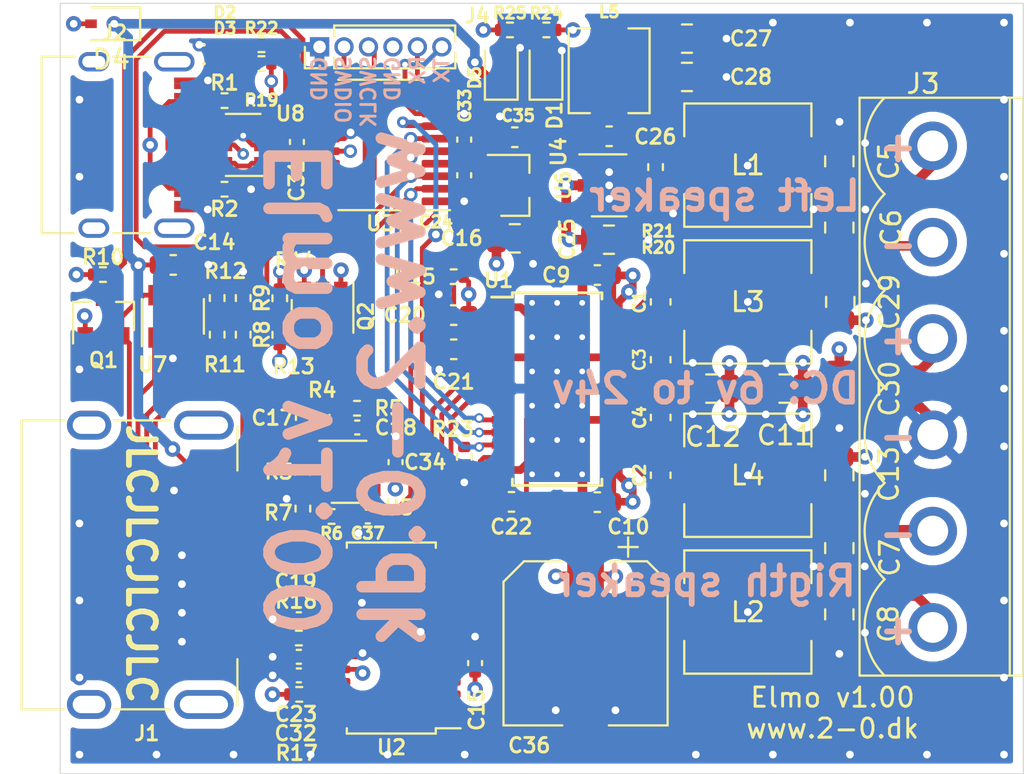
<source format=kicad_pcb>
(kicad_pcb (version 20171130) (host pcbnew 5.1.9-73d0e3b20d~88~ubuntu20.04.1)
  (title_block (title Elmo) (date 2021-04-24) (rev v1.00) (company www.2-0.dk))
  (layers (0 F.Cu signal) (1 In1.Cu signal) (2 In2.Cu signal) (31 B.Cu signal) (34 B.Paste user) (35 F.Paste user) (36 B.SilkS user) (37 F.SilkS user) (38 B.Mask user) (39 F.Mask user) (44 Edge.Cuts user))
  (net 0 "")
  (net 1 "Net-(C1-Pad1)")
  (net 2 "Net-(C1-Pad2)")
  (net 3 "Net-(C2-Pad2)")
  (net 4 "Net-(C2-Pad1)")
  (net 5 "Net-(C3-Pad2)")
  (net 6 "Net-(C3-Pad1)")
  (net 7 "Net-(C4-Pad1)")
  (net 8 "Net-(C4-Pad2)")
  (net 9 GND)
  (net 10 +5V)
  (net 11 +3V3)
  (net 12 hdmi_utility)
  (net 13 "Net-(C17-Pad1)")
  (net 14 "Net-(C18-Pad1)")
  (net 15 spdif_inv)
  (net 16 hdmi_sda)
  (net 17 hdmi_scl)
  (net 18 hdmi_cec)
  (net 19 usb_vbus)
  (net 20 "Net-(J2-PadB5)")
  (net 21 usb_dp)
  (net 22 usb_dm)
  (net 23 "Net-(J2-PadA5)")
  (net 24 cec_in)
  (net 25 i2c_scl)
  (net 26 i2c_sda)
  (net 27 "Net-(R4-Pad1)")
  (net 28 hdmi_hpd)
  (net 29 lrkco)
  (net 30 bcko)
  (net 31 dout)
  (net 32 hpd_in)
  (net 33 "Net-(C19-Pad1)")
  (net 34 "Net-(C21-Pad2)")
  (net 35 "Net-(C22-Pad2)")
  (net 36 "Net-(C23-Pad1)")
  (net 37 "Net-(C24-Pad1)")
  (net 38 "Net-(R17-Pad2)")
  (net 39 tas_pdn)
  (net 40 vin)
  (net 41 "Net-(C26-Pad2)")
  (net 42 "Net-(C26-Pad1)")
  (net 43 "Net-(R20-Pad2)")
  (net 44 speaker_left_p)
  (net 45 speaker_left_m)
  (net 46 speaker_rigth_p)
  (net 47 speaker_rigth_m)
  (net 48 spdif_in)
  (net 49 swdio)
  (net 50 swclk)
  (net 51 uart_tx)
  (net 52 uart_rx)
  (net 53 dir_rst)
  (net 54 tas_fault)
  (net 55 "Net-(D2-Pad2)")
  (net 56 "Net-(D3-Pad2)")
  (net 57 led1)
  (net 58 led0)
  (net 59 dir_error)
  (net 60 "Net-(C27-Pad1)")
  (module elmo:CONN_5MM_01x06 (layer F.Cu) (at 170.3 100 90)
    (fp_text reference J3 (at 15.825 -0.5 180) (layer F.SilkS))
    (fp_text value Power/Speakers)
    (pad 1 thru_hole circle (at -12.4 0 270) (size 2.524 2.524) (drill 1.6) (layers *.Cu *.Mask) (net 47 speaker_rigth_m))
    (pad 2 thru_hole circle (at -7.4 0 270) (size 2.524 2.524) (drill 1.6) (layers *.Cu *.Mask) (net 46 speaker_rigth_p))
    (pad 3 thru_hole circle (at -2.4 0 270) (size 2.524 2.524) (drill 1.6) (layers *.Cu *.Mask) (net 9 GND))
    (pad 4 thru_hole circle (at 2.6 0 270) (size 2.524 2.524) (drill 1.6) (layers *.Cu *.Mask) (net 40 vin))
    (pad 5 thru_hole circle (at 7.6 0 270) (size 2.524 2.524) (drill 1.6) (layers *.Cu *.Mask) (net 45 speaker_left_m))
    (pad 6 thru_hole circle (at 12.6 0 270) (size 2.524 2.524) (drill 1.6) (layers *.Cu *.Mask) (net 44 speaker_left_p))
  )
  (module elmo:L_4.1x4.1_H1.75 (layer F.Cu) (at 153.5 83.5 90)
    (fp_text reference L5 (at 3.06 0 180) (layer F.SilkS) (effects (font (size 0.6 0.6))))
    (fp_text value 4,7u)
    (pad 2 smd rect (at 1.85 0 90) (size 1 1.6) (layers F.Cu F.Paste F.Mask) (net 60 "Net-(C27-Pad1)"))
    (pad 1 smd rect (at -1.85 0 90) (size 1 1.6) (layers F.Cu F.Paste F.Mask) (net 41 "Net-(C26-Pad2)"))
  )
  (module elmo:HDMI_A_19P (layer F.Cu) (at 126.5 109.15 270)
    (fp_text reference J1 (at 8.75 -3 180) (layer F.SilkS) (effects (font (size 0.75 0.75))))
    (fp_text value HDMI_A_1.4)
    (pad 1 smd rect (at 4.5 -6.72 270) (size 0.28 2.6) (layers F.Cu F.Paste F.Mask))
    (pad 2 smd rect (at 4 -6.72 270) (size 0.28 2.6) (layers F.Cu F.Paste F.Mask) (net 9 GND))
    (pad 3 smd rect (at 3.5 -6.72 270) (size 0.28 2.6) (layers F.Cu F.Paste F.Mask))
    (pad 4 smd rect (at 3 -6.72 270) (size 0.28 2.6) (layers F.Cu F.Paste F.Mask))
    (pad 5 smd rect (at 2.5 -6.72 270) (size 0.28 2.6) (layers F.Cu F.Paste F.Mask) (net 9 GND))
    (pad 6 smd rect (at 2 -6.72 270) (size 0.28 2.6) (layers F.Cu F.Paste F.Mask))
    (pad 7 smd rect (at 1.5 -6.72 270) (size 0.28 2.6) (layers F.Cu F.Paste F.Mask))
    (pad 8 smd rect (at 1 -6.72 270) (size 0.28 2.6) (layers F.Cu F.Paste F.Mask) (net 9 GND))
    (pad 9 smd rect (at 0.5 -6.72 270) (size 0.28 2.6) (layers F.Cu F.Paste F.Mask))
    (pad 10 smd rect (at 0 -6.72 270) (size 0.28 2.6) (layers F.Cu F.Paste F.Mask))
    (pad 11 smd rect (at -0.5 -6.72 270) (size 0.28 2.6) (layers F.Cu F.Paste F.Mask) (net 9 GND))
    (pad 12 smd rect (at -1 -6.72 270) (size 0.28 2.6) (layers F.Cu F.Paste F.Mask))
    (pad 13 smd rect (at -1.5 -6.72 270) (size 0.28 2.6) (layers F.Cu F.Paste F.Mask) (net 18 hdmi_cec))
    (pad 14 smd rect (at -2 -6.72 270) (size 0.28 2.6) (layers F.Cu F.Paste F.Mask) (net 12 hdmi_utility))
    (pad 15 smd rect (at -2.5 -6.72 270) (size 0.28 2.6) (layers F.Cu F.Paste F.Mask) (net 17 hdmi_scl))
    (pad 16 smd rect (at -3 -6.72 270) (size 0.28 2.6) (layers F.Cu F.Paste F.Mask) (net 16 hdmi_sda))
    (pad 17 smd rect (at -3.5 -6.72 270) (size 0.28 2.6) (layers F.Cu F.Paste F.Mask) (net 9 GND))
    (pad 18 smd rect (at -4 -6.72 270) (size 0.28 2.6) (layers F.Cu F.Paste F.Mask) (net 10 +5V))
    (pad 19 smd rect (at -4.5 -6.72 270) (size 0.28 2.6) (layers F.Cu F.Paste F.Mask) (net 28 hdmi_hpd))
    (pad S2 thru_hole oval (at -7.25 -5.96 270) (size 1.5 3.1) (drill oval 0.9 2.5) (layers *.Cu *.Mask))
    (pad S1 thru_hole oval (at 7.25 -5.96 270) (size 1.5 3.1) (drill oval 0.9 2.5) (layers *.Cu *.Mask))
    (pad S3 thru_hole oval (at -7.25 0 270) (size 1.5 2.3) (drill oval 0.9 1.7) (layers *.Cu *.Mask))
    (pad S4 thru_hole oval (at 7.25 0 270) (size 1.5 2.3) (drill oval 0.9 1.7) (layers *.Cu *.Mask))
  )
  (module elmo:USB_C_Receptacle_XKB_U262-16XN-4BVC11 (layer F.Cu) (at 127.82 87.35 270)
    (fp_text reference J2 (at -5.825 -0.005 180) (layer F.SilkS) (effects (font (size 0.75 0.75))))
    (fp_text value "USB C")
    (pad S1 thru_hole oval (at -4.32 -3.105 270) (size 1 2.1) (drill oval 0.6 1.7) (layers *.Cu *.Mask))
    (pad S2 thru_hole oval (at 4.32 -3.105 270) (size 1 2.1) (drill oval 0.6 1.7) (layers *.Cu *.Mask))
    (pad S4 thru_hole oval (at -4.32 1.075 270) (size 1 1.6) (drill oval 0.6 1.2) (layers *.Cu *.Mask))
    (pad S3 thru_hole oval (at 4.32 1.075 270) (size 1 1.6) (drill oval 0.6 1.2) (layers *.Cu *.Mask))
    (pad "" np_thru_hole circle (at 2.89 -2.605 270) (size 0.65 0.65) (drill 0.65) (layers *.Cu *.Mask))
    (pad "" np_thru_hole circle (at -2.89 -2.605 270) (size 0.65 0.65) (drill 0.65) (layers *.Cu *.Mask))
    (pad B1 smd rect (at 3.05 -3.67 270) (size 0.3 1.15) (layers F.Cu F.Paste F.Mask) (net 9 GND))
    (pad B4 smd rect (at 2.25 -3.67 270) (size 0.3 1.15) (layers F.Cu F.Paste F.Mask) (net 19 usb_vbus))
    (pad B5 smd rect (at 1.75 -3.67 270) (size 0.3 1.15) (layers F.Cu F.Paste F.Mask) (net 20 "Net-(J2-PadB5)"))
    (pad A8 smd rect (at 1.25 -3.67 270) (size 0.3 1.15) (layers F.Cu F.Paste F.Mask))
    (pad B6 smd rect (at 0.75 -3.67 270) (size 0.3 1.15) (layers F.Cu F.Paste F.Mask) (net 21 usb_dp))
    (pad A7 smd rect (at 0.25 -3.67 270) (size 0.3 1.15) (layers F.Cu F.Paste F.Mask) (net 22 usb_dm))
    (pad A6 smd rect (at -0.25 -3.67 270) (size 0.3 1.15) (layers F.Cu F.Paste F.Mask) (net 21 usb_dp))
    (pad B7 smd rect (at -0.75 -3.67 270) (size 0.3 1.15) (layers F.Cu F.Paste F.Mask) (net 22 usb_dm))
    (pad A5 smd rect (at -1.25 -3.67 270) (size 0.3 1.15) (layers F.Cu F.Paste F.Mask) (net 23 "Net-(J2-PadA5)"))
    (pad B8 smd rect (at -1.75 -3.67 270) (size 0.3 1.15) (layers F.Cu F.Paste F.Mask))
    (pad A4 smd rect (at -2.55 -3.67 270) (size 0.3 1.15) (layers F.Cu F.Paste F.Mask) (net 19 usb_vbus))
    (pad A1 smd rect (at -3.35 -3.67 270) (size 0.3 1.15) (layers F.Cu F.Paste F.Mask) (net 9 GND))
    (pad B12 smd rect (at -3.05 -3.67 270) (size 0.3 1.15) (layers F.Cu F.Paste F.Mask) (net 9 GND))
    (pad B9 smd rect (at -2.25 -3.67 270) (size 0.3 1.15) (layers F.Cu F.Paste F.Mask) (net 19 usb_vbus))
    (pad A9 smd rect (at 2.55 -3.67 270) (size 0.3 1.15) (layers F.Cu F.Paste F.Mask) (net 19 usb_vbus))
    (pad A12 smd rect (at 3.35 -3.67 270) (size 0.3 1.15) (layers F.Cu F.Paste F.Mask) (net 9 GND))
  )
  (module Resistor_SMD:R_0402_1005Metric (layer F.Cu) (at 134.5 95.3 270)
    (fp_text reference R9 (at 0 -0.975 90) (layer F.SilkS) (effects (font (size 0.75 0.75))))
    (fp_text value 30k)
    (pad 2 smd roundrect (at 0.51 0 270) (size 0.54 0.64) (layers F.Cu F.Paste F.Mask) (net 32 hpd_in))
    (pad 1 smd roundrect (at -0.51 0 270) (size 0.54 0.64) (layers F.Cu F.Paste F.Mask) (net 9 GND))
  )
  (module Package_TO_SOT_SMD:SOT-23-6 (layer F.Cu) (at 153.5 89.45)
    (fp_text reference U6 (at -2.375 0 90) (layer F.SilkS) (effects (font (size 0.75 0.75))))
    (fp_text value ACT4088)
    (pad 1 smd rect (at -1.1 -0.95) (size 1.06 0.65) (layers F.Cu F.Paste F.Mask) (net 41 "Net-(C26-Pad2)"))
    (pad 2 smd rect (at -1.1 0) (size 1.06 0.65) (layers F.Cu F.Paste F.Mask) (net 40 vin))
    (pad 3 smd rect (at -1.1 0.95) (size 1.06 0.65) (layers F.Cu F.Paste F.Mask))
    (pad 4 smd rect (at 1.1 0.95) (size 1.06 0.65) (layers F.Cu F.Paste F.Mask) (net 43 "Net-(R20-Pad2)"))
    (pad 6 smd rect (at 1.1 -0.95) (size 1.06 0.65) (layers F.Cu F.Paste F.Mask) (net 42 "Net-(C26-Pad1)"))
    (pad 5 smd rect (at 1.1 0) (size 1.06 0.65) (layers F.Cu F.Paste F.Mask) (net 9 GND))
  )
  (module Capacitor_SMD:C_0603_1608Metric (layer F.Cu) (at 153.5 86.9 180)
    (fp_text reference C26 (at -2.4 -0.025) (layer F.SilkS) (effects (font (size 0.75 0.75))))
    (fp_text value 22n)
    (pad 2 smd roundrect (at 0.775 0 180) (size 0.9 0.95) (layers F.Cu F.Paste F.Mask) (net 41 "Net-(C26-Pad2)"))
    (pad 1 smd roundrect (at -0.775 0 180) (size 0.9 0.95) (layers F.Cu F.Paste F.Mask) (net 42 "Net-(C26-Pad1)"))
  )
  (module Package_TO_SOT_SMD:SOT-23 (layer F.Cu) (at 148.6 89.45)
    (fp_text reference U4 (at 2.275 -1.75 90) (layer F.SilkS) (effects (font (size 0.75 0.75))))
    (fp_text value XC6206PxxxMR)
    (pad 1 smd rect (at -1 -0.95) (size 0.9 0.8) (layers F.Cu F.Paste F.Mask) (net 9 GND))
    (pad 2 smd rect (at -1 0.95) (size 0.9 0.8) (layers F.Cu F.Paste F.Mask) (net 11 +3V3))
    (pad 3 smd rect (at 1 0) (size 0.9 0.8) (layers F.Cu F.Paste F.Mask) (net 10 +5V))
  )
  (module Capacitor_SMD:C_0805_2012Metric (layer F.Cu) (at 148.6 92.2)
    (fp_text reference C16 (at -2.76 -0.01) (layer F.SilkS) (effects (font (size 0.75 0.75))))
    (fp_text value 10u)
    (pad 2 smd roundrect (at 0.95 0) (size 1 1.45) (layers F.Cu F.Paste F.Mask) (net 9 GND))
    (pad 1 smd roundrect (at -0.95 0) (size 1 1.45) (layers F.Cu F.Paste F.Mask) (net 11 +3V3))
  )
  (module Capacitor_SMD:C_0805_2012Metric (layer F.Cu) (at 157.54 83.82)
    (fp_text reference C28 (at 3.32 0) (layer F.SilkS) (effects (font (size 0.75 0.75))))
    (fp_text value 10u)
    (pad 1 smd roundrect (at -0.95 0) (size 1 1.45) (layers F.Cu F.Paste F.Mask) (net 60 "Net-(C27-Pad1)"))
    (pad 2 smd roundrect (at 0.95 0) (size 1 1.45) (layers F.Cu F.Paste F.Mask) (net 9 GND))
  )
  (module Resistor_SMD:R_0402_1005Metric (layer F.Cu) (at 133.53 89.65 180)
    (fp_text reference R2 (at 0.005 -1.025) (layer F.SilkS) (effects (font (size 0.75 0.75))))
    (fp_text value 5k1)
    (pad 1 smd roundrect (at -0.51 0 180) (size 0.54 0.64) (layers F.Cu F.Paste F.Mask) (net 9 GND))
    (pad 2 smd roundrect (at 0.51 0 180) (size 0.54 0.64) (layers F.Cu F.Paste F.Mask) (net 20 "Net-(J2-PadB5)"))
  )
  (module Resistor_SMD:R_0402_1005Metric (layer F.Cu) (at 127.22 94.08)
    (fp_text reference R10 (at 0.005 -0.905) (layer F.SilkS) (effects (font (size 0.75 0.75))))
    (fp_text value 27k)
    (pad 1 smd roundrect (at -0.51 0) (size 0.54 0.64) (layers F.Cu F.Paste F.Mask) (net 11 +3V3))
    (pad 2 smd roundrect (at 0.51 0) (size 0.54 0.64) (layers F.Cu F.Paste F.Mask) (net 24 cec_in))
  )
  (module Capacitor_SMD:C_0603_1608Metric (layer F.Cu) (at 156.175 95.5 90)
    (fp_text reference C1 (at 0 -1.105 90) (layer F.SilkS) (effects (font (size 0.6 0.6))))
    (fp_text value 220n)
    (pad 1 smd roundrect (at -0.775 0 90) (size 0.9 0.95) (layers F.Cu F.Paste F.Mask) (net 1 "Net-(C1-Pad1)"))
    (pad 2 smd roundrect (at 0.775 0 90) (size 0.9 0.95) (layers F.Cu F.Paste F.Mask) (net 2 "Net-(C1-Pad2)"))
  )
  (module Capacitor_SMD:C_0603_1608Metric (layer F.Cu) (at 156.175 104.5 270)
    (fp_text reference C2 (at 0 1.095 90) (layer F.SilkS) (effects (font (size 0.6 0.6))))
    (fp_text value 220n)
    (pad 2 smd roundrect (at 0.775 0 270) (size 0.9 0.95) (layers F.Cu F.Paste F.Mask) (net 3 "Net-(C2-Pad2)"))
    (pad 1 smd roundrect (at -0.775 0 270) (size 0.9 0.95) (layers F.Cu F.Paste F.Mask) (net 4 "Net-(C2-Pad1)"))
  )
  (module Capacitor_SMD:C_0603_1608Metric (layer F.Cu) (at 156.175 98.5 90)
    (fp_text reference C3 (at 0 -1.105 90) (layer F.SilkS) (effects (font (size 0.6 0.6) (thickness 0.125))))
    (fp_text value 220n)
    (pad 2 smd roundrect (at 0.775 0 90) (size 0.9 0.95) (layers F.Cu F.Paste F.Mask) (net 5 "Net-(C3-Pad2)"))
    (pad 1 smd roundrect (at -0.775 0 90) (size 0.9 0.95) (layers F.Cu F.Paste F.Mask) (net 6 "Net-(C3-Pad1)"))
  )
  (module Capacitor_SMD:C_0603_1608Metric (layer F.Cu) (at 156.175 101.5 270)
    (fp_text reference C4 (at 0 1.085 90) (layer F.SilkS) (effects (font (size 0.6 0.6))))
    (fp_text value 220n)
    (pad 1 smd roundrect (at -0.775 0 270) (size 0.9 0.95) (layers F.Cu F.Paste F.Mask) (net 7 "Net-(C4-Pad1)"))
    (pad 2 smd roundrect (at 0.775 0 270) (size 0.9 0.95) (layers F.Cu F.Paste F.Mask) (net 8 "Net-(C4-Pad2)"))
  )
  (module Capacitor_SMD:C_0805_2012Metric (layer F.Cu) (at 165.45 88.2 270)
    (fp_text reference C5 (at -0.01 -2.57 90) (layer F.SilkS))
    (fp_text value 680n)
    (pad 1 smd roundrect (at -0.95 0 270) (size 1 1.45) (layers F.Cu F.Paste F.Mask) (net 9 GND))
    (pad 2 smd roundrect (at 0.95 0 270) (size 1 1.45) (layers F.Cu F.Paste F.Mask) (net 44 speaker_left_p))
  )
  (module Capacitor_SMD:C_0805_2012Metric (layer F.Cu) (at 165.45 91.64 90)
    (fp_text reference C6 (at -0.02 2.69 90) (layer F.SilkS))
    (fp_text value 680n)
    (pad 2 smd roundrect (at 0.95 0 90) (size 1 1.45) (layers F.Cu F.Paste F.Mask) (net 9 GND))
    (pad 1 smd roundrect (at -0.95 0 90) (size 1 1.45) (layers F.Cu F.Paste F.Mask) (net 45 speaker_left_m))
  )
  (module Capacitor_SMD:C_0805_2012Metric (layer F.Cu) (at 165.45 108.28 90)
    (fp_text reference C7 (at -0.5 2.62 90) (layer F.SilkS))
    (fp_text value 680n)
    (pad 2 smd roundrect (at 0.95 0 90) (size 1 1.45) (layers F.Cu F.Paste F.Mask) (net 46 speaker_rigth_p))
    (pad 1 smd roundrect (at -0.95 0 90) (size 1 1.45) (layers F.Cu F.Paste F.Mask) (net 9 GND))
  )
  (module Capacitor_SMD:C_0805_2012Metric (layer F.Cu) (at 165.45 111.72 270)
    (fp_text reference C8 (at 0.5 -2.55 90) (layer F.SilkS))
    (fp_text value 680n)
    (pad 1 smd roundrect (at -0.95 0 270) (size 1 1.45) (layers F.Cu F.Paste F.Mask) (net 47 speaker_rigth_m))
    (pad 2 smd roundrect (at 0.95 0 270) (size 1 1.45) (layers F.Cu F.Paste F.Mask) (net 9 GND))
  )
  (module Package_SO:TSSOP-28_4.4x9.7mm_P0.65mm (layer F.Cu) (at 142.19 112.95 180)
    (fp_text reference U2 (at -0.01 -5.675) (layer F.SilkS) (effects (font (size 0.75 0.75))))
    (fp_text value DIR9001)
    (pad 1 smd roundrect (at -2.8625 -4.225 180) (size 1.475 0.4) (layers F.Cu F.Paste F.Mask))
    (pad 2 smd roundrect (at -2.8625 -3.575 180) (size 1.475 0.4) (layers F.Cu F.Paste F.Mask))
    (pad 3 smd roundrect (at -2.8625 -2.925 180) (size 1.475 0.4) (layers F.Cu F.Paste F.Mask))
    (pad 4 smd roundrect (at -2.8625 -2.275 180) (size 1.475 0.4) (layers F.Cu F.Paste F.Mask))
    (pad 5 smd roundrect (at -2.8625 -1.625 180) (size 1.475 0.4) (layers F.Cu F.Paste F.Mask) (net 11 +3V3))
    (pad 6 smd roundrect (at -2.8625 -0.975 180) (size 1.475 0.4) (layers F.Cu F.Paste F.Mask) (net 9 GND))
    (pad 7 smd roundrect (at -2.8625 -0.325 180) (size 1.475 0.4) (layers F.Cu F.Paste F.Mask))
    (pad 8 smd roundrect (at -2.8625 0.325 180) (size 1.475 0.4) (layers F.Cu F.Paste F.Mask) (net 9 GND))
    (pad 9 smd roundrect (at -2.8625 0.975 180) (size 1.475 0.4) (layers F.Cu F.Paste F.Mask))
    (pad 10 smd roundrect (at -2.8625 1.625 180) (size 1.475 0.4) (layers F.Cu F.Paste F.Mask) (net 29 lrkco))
    (pad 11 smd roundrect (at -2.8625 2.275 180) (size 1.475 0.4) (layers F.Cu F.Paste F.Mask) (net 30 bcko))
    (pad 12 smd roundrect (at -2.8625 2.925 180) (size 1.475 0.4) (layers F.Cu F.Paste F.Mask) (net 31 dout))
    (pad 13 smd roundrect (at -2.8625 3.575 180) (size 1.475 0.4) (layers F.Cu F.Paste F.Mask))
    (pad 14 smd roundrect (at -2.8625 4.225 180) (size 1.475 0.4) (layers F.Cu F.Paste F.Mask))
    (pad 15 smd roundrect (at 2.8625 4.225 180) (size 1.475 0.4) (layers F.Cu F.Paste F.Mask))
    (pad 16 smd roundrect (at 2.8625 3.575 180) (size 1.475 0.4) (layers F.Cu F.Paste F.Mask))
    (pad 17 smd roundrect (at 2.8625 2.925 180) (size 1.475 0.4) (layers F.Cu F.Paste F.Mask))
    (pad 18 smd roundrect (at 2.8625 2.275 180) (size 1.475 0.4) (layers F.Cu F.Paste F.Mask))
    (pad 19 smd roundrect (at 2.8625 1.625 180) (size 1.475 0.4) (layers F.Cu F.Paste F.Mask) (net 9 GND))
    (pad 20 smd roundrect (at 2.8625 0.975 180) (size 1.475 0.4) (layers F.Cu F.Paste F.Mask) (net 48 spdif_in))
    (pad 21 smd roundrect (at 2.8625 0.325 180) (size 1.475 0.4) (layers F.Cu F.Paste F.Mask) (net 53 dir_rst))
    (pad 22 smd roundrect (at 2.8625 -0.325 180) (size 1.475 0.4) (layers F.Cu F.Paste F.Mask) (net 33 "Net-(C19-Pad1)"))
    (pad 23 smd roundrect (at 2.8625 -0.975 180) (size 1.475 0.4) (layers F.Cu F.Paste F.Mask) (net 9 GND))
    (pad 24 smd roundrect (at 2.8625 -1.625 180) (size 1.475 0.4) (layers F.Cu F.Paste F.Mask) (net 11 +3V3))
    (pad 25 smd roundrect (at 2.8625 -2.275 180) (size 1.475 0.4) (layers F.Cu F.Paste F.Mask) (net 38 "Net-(R17-Pad2)"))
    (pad 26 smd roundrect (at 2.8625 -2.925 180) (size 1.475 0.4) (layers F.Cu F.Paste F.Mask) (net 38 "Net-(R17-Pad2)"))
    (pad 27 smd roundrect (at 2.8625 -3.575 180) (size 1.475 0.4) (layers F.Cu F.Paste F.Mask) (net 59 dir_error))
    (pad 28 smd roundrect (at 2.8625 -4.225 180) (size 1.475 0.4) (layers F.Cu F.Paste F.Mask))
  )
  (module Package_SO:TSSOP-20_4.4x6.5mm_P0.65mm (layer F.Cu) (at 141.64 87.35 180)
    (fp_text reference U3 (at 0 -4.075) (layer F.SilkS) (effects (font (size 0.75 0.75))))
    (fp_text value STM32F042F6Px)
    (pad 1 smd roundrect (at -2.8625 -2.925 180) (size 1.475 0.4) (layers F.Cu F.Paste F.Mask) (net 53 dir_rst))
    (pad 2 smd roundrect (at -2.8625 -2.275 180) (size 1.475 0.4) (layers F.Cu F.Paste F.Mask) (net 26 i2c_sda))
    (pad 3 smd roundrect (at -2.8625 -1.625 180) (size 1.475 0.4) (layers F.Cu F.Paste F.Mask) (net 25 i2c_scl))
    (pad 4 smd roundrect (at -2.8625 -0.975 180) (size 1.475 0.4) (layers F.Cu F.Paste F.Mask) (net 37 "Net-(C24-Pad1)"))
    (pad 5 smd roundrect (at -2.8625 -0.325 180) (size 1.475 0.4) (layers F.Cu F.Paste F.Mask) (net 11 +3V3))
    (pad 6 smd roundrect (at -2.8625 0.325 180) (size 1.475 0.4) (layers F.Cu F.Paste F.Mask) (net 39 tas_pdn))
    (pad 7 smd roundrect (at -2.8625 0.975 180) (size 1.475 0.4) (layers F.Cu F.Paste F.Mask) (net 59 dir_error))
    (pad 8 smd roundrect (at -2.8625 1.625 180) (size 1.475 0.4) (layers F.Cu F.Paste F.Mask) (net 51 uart_tx))
    (pad 9 smd roundrect (at -2.8625 2.275 180) (size 1.475 0.4) (layers F.Cu F.Paste F.Mask) (net 52 uart_rx))
    (pad 10 smd roundrect (at -2.8625 2.925 180) (size 1.475 0.4) (layers F.Cu F.Paste F.Mask) (net 54 tas_fault))
    (pad 11 smd roundrect (at 2.8625 2.925 180) (size 1.475 0.4) (layers F.Cu F.Paste F.Mask) (net 24 cec_in))
    (pad 12 smd roundrect (at 2.8625 2.275 180) (size 1.475 0.4) (layers F.Cu F.Paste F.Mask) (net 32 hpd_in))
    (pad 13 smd roundrect (at 2.8625 1.625 180) (size 1.475 0.4) (layers F.Cu F.Paste F.Mask) (net 58 led0))
    (pad 14 smd roundrect (at 2.8625 0.975 180) (size 1.475 0.4) (layers F.Cu F.Paste F.Mask) (net 57 led1))
    (pad 15 smd roundrect (at 2.8625 0.325 180) (size 1.475 0.4) (layers F.Cu F.Paste F.Mask) (net 9 GND))
    (pad 16 smd roundrect (at 2.8625 -0.325 180) (size 1.475 0.4) (layers F.Cu F.Paste F.Mask) (net 11 +3V3))
    (pad 17 smd roundrect (at 2.8625 -0.975 180) (size 1.475 0.4) (layers F.Cu F.Paste F.Mask) (net 22 usb_dm))
    (pad 18 smd roundrect (at 2.8625 -1.625 180) (size 1.475 0.4) (layers F.Cu F.Paste F.Mask) (net 21 usb_dp))
    (pad 19 smd roundrect (at 2.8625 -2.275 180) (size 1.475 0.4) (layers F.Cu F.Paste F.Mask) (net 49 swdio))
    (pad 20 smd roundrect (at 2.8625 -2.925 180) (size 1.475 0.4) (layers F.Cu F.Paste F.Mask) (net 50 swclk))
  )
  (module Capacitor_SMD:C_0603_1608Metric (layer F.Cu) (at 152.8875 94.105 180)
    (fp_text reference C9 (at 2.1375 0) (layer F.SilkS) (effects (font (size 0.75 0.75))))
    (fp_text value 100n)
    (pad 1 smd roundrect (at -0.775 0 180) (size 0.9 0.95) (layers F.Cu F.Paste F.Mask) (net 40 vin))
    (pad 2 smd roundrect (at 0.775 0 180) (size 0.9 0.95) (layers F.Cu F.Paste F.Mask) (net 9 GND))
  )
  (module Capacitor_SMD:C_0603_1608Metric (layer F.Cu) (at 152.8875 105.895 180)
    (fp_text reference C10 (at -1.6125 -1.275) (layer F.SilkS) (effects (font (size 0.75 0.75))))
    (fp_text value 100n)
    (pad 2 smd roundrect (at 0.775 0 180) (size 0.9 0.95) (layers F.Cu F.Paste F.Mask) (net 9 GND))
    (pad 1 smd roundrect (at -0.775 0 180) (size 0.9 0.95) (layers F.Cu F.Paste F.Mask) (net 40 vin))
  )
  (module Capacitor_SMD:C_0805_2012Metric (layer F.Cu) (at 162.6 100 180)
    (fp_text reference C11 (at -0.02 -2.42) (layer F.SilkS))
    (fp_text value 10u)
    (pad 1 smd roundrect (at -0.95 0 180) (size 1 1.45) (layers F.Cu F.Paste F.Mask) (net 40 vin))
    (pad 2 smd roundrect (at 0.95 0 180) (size 1 1.45) (layers F.Cu F.Paste F.Mask) (net 9 GND))
  )
  (module Capacitor_SMD:C_0805_2012Metric (layer F.Cu) (at 158.8 100 180)
    (fp_text reference C12 (at -0.09 -2.5) (layer F.SilkS))
    (fp_text value 10u)
    (pad 2 smd roundrect (at 0.95 0 180) (size 1 1.45) (layers F.Cu F.Paste F.Mask) (net 9 GND))
    (pad 1 smd roundrect (at -0.95 0 180) (size 1 1.45) (layers F.Cu F.Paste F.Mask) (net 40 vin))
  )
  (module Package_TO_SOT_SMD:SuperSOT-6 (layer F.Cu) (at 138.62 96.25 270)
    (fp_text reference Q2 (at 0 -2.255 90) (layer F.SilkS) (effects (font (size 0.75 0.75))))
    (fp_text value NDC7002N)
    (pad 5 smd rect (at 1.3 0 270) (size 1 0.7) (layers F.Cu F.Paste F.Mask) (net 25 i2c_scl))
    (pad 6 smd rect (at 1.3 -0.95 270) (size 1 0.7) (layers F.Cu F.Paste F.Mask) (net 17 hdmi_scl))
    (pad 4 smd rect (at 1.3 0.95 270) (size 1 0.7) (layers F.Cu F.Paste F.Mask) (net 16 hdmi_sda))
    (pad 3 smd rect (at -1.3 0.95 270) (size 1 0.7) (layers F.Cu F.Paste F.Mask) (net 11 +3V3))
    (pad 2 smd rect (at -1.3 0 270) (size 1 0.7) (layers F.Cu F.Paste F.Mask) (net 26 i2c_sda))
    (pad 1 smd rect (at -1.3 -0.95 270) (size 1 0.7) (layers F.Cu F.Paste F.Mask) (net 11 +3V3))
  )
  (module Package_TO_SOT_SMD:SOT-23-6 (layer F.Cu) (at 140 104.32)
    (fp_text reference U5 (at 2.59 1.86) (layer F.SilkS) (effects (font (size 0.75 0.75))))
    (fp_text value SN74LVC2GU04)
    (pad 1 smd rect (at -1.1 -0.95) (size 1.06 0.65) (layers F.Cu F.Paste F.Mask) (net 27 "Net-(R4-Pad1)"))
    (pad 2 smd rect (at -1.1 0) (size 1.06 0.65) (layers F.Cu F.Paste F.Mask) (net 9 GND))
    (pad 3 smd rect (at -1.1 0.95) (size 1.06 0.65) (layers F.Cu F.Paste F.Mask) (net 15 spdif_inv))
    (pad 4 smd rect (at 1.1 0.95) (size 1.06 0.65) (layers F.Cu F.Paste F.Mask) (net 48 spdif_in))
    (pad 6 smd rect (at 1.1 -0.95) (size 1.06 0.65) (layers F.Cu F.Paste F.Mask) (net 14 "Net-(C18-Pad1)"))
    (pad 5 smd rect (at 1.1 0) (size 1.06 0.65) (layers F.Cu F.Paste F.Mask) (net 11 +3V3))
  )
  (module Package_TO_SOT_SMD:SOT-23 (layer F.Cu) (at 127.25 96.26 90)
    (fp_text reference Q1 (at -2.265 0 180) (layer F.SilkS) (effects (font (size 0.75 0.75))))
    (fp_text value AO3400A)
    (pad 1 smd rect (at -1 -0.95 90) (size 0.9 0.8) (layers F.Cu F.Paste F.Mask) (net 11 +3V3))
    (pad 2 smd rect (at -1 0.95 90) (size 0.9 0.8) (layers F.Cu F.Paste F.Mask) (net 18 hdmi_cec))
    (pad 3 smd rect (at 1 0 90) (size 0.9 0.8) (layers F.Cu F.Paste F.Mask) (net 24 cec_in))
  )
  (module Capacitor_SMD:C_0402_1005Metric (layer F.Cu) (at 137.6 101.52 270)
    (fp_text reference C17 (at 0 1.575 180) (layer F.SilkS) (effects (font (size 0.75 0.75))))
    (fp_text value 47n)
    (pad 2 smd roundrect (at 0.48 0 270) (size 0.56 0.62) (layers F.Cu F.Paste F.Mask) (net 12 hdmi_utility))
    (pad 1 smd roundrect (at -0.48 0 270) (size 0.56 0.62) (layers F.Cu F.Paste F.Mask) (net 13 "Net-(C17-Pad1)"))
  )
  (module Capacitor_SMD:C_0402_1005Metric (layer F.Cu) (at 140.42 102.02 180)
    (fp_text reference C18 (at -2.005 -0.005) (layer F.SilkS) (effects (font (size 0.75 0.75))))
    (fp_text value 47n)
    (pad 1 smd roundrect (at -0.48 0 180) (size 0.56 0.62) (layers F.Cu F.Paste F.Mask) (net 14 "Net-(C18-Pad1)"))
    (pad 2 smd roundrect (at 0.48 0 180) (size 0.56 0.62) (layers F.Cu F.Paste F.Mask) (net 15 spdif_inv))
  )
  (module Resistor_SMD:R_0402_1005Metric (layer F.Cu) (at 133.53 85.05 180)
    (fp_text reference R1 (at 0 0.925) (layer F.SilkS) (effects (font (size 0.75 0.75))))
    (fp_text value 5k1)
    (pad 2 smd roundrect (at 0.51 0 180) (size 0.54 0.64) (layers F.Cu F.Paste F.Mask) (net 23 "Net-(J2-PadA5)"))
    (pad 1 smd roundrect (at -0.51 0 180) (size 0.54 0.64) (layers F.Cu F.Paste F.Mask) (net 9 GND))
  )
  (module Resistor_SMD:R_0402_1005Metric (layer F.Cu) (at 137.6 104.32 270)
    (fp_text reference R3 (at 0 1.25 180) (layer F.SilkS) (effects (font (size 0.75 0.75))))
    (fp_text value 75)
    (pad 2 smd roundrect (at 0.51 0 270) (size 0.54 0.64) (layers F.Cu F.Paste F.Mask) (net 9 GND))
    (pad 1 smd roundrect (at -0.51 0 270) (size 0.54 0.64) (layers F.Cu F.Paste F.Mask) (net 12 hdmi_utility))
  )
  (module Resistor_SMD:R_0402_1005Metric (layer F.Cu) (at 138.6 101.52 90)
    (fp_text reference R4 (at 1.445 0 180) (layer F.SilkS) (effects (font (size 0.75 0.75))))
    (fp_text value 100)
    (pad 1 smd roundrect (at -0.51 0 90) (size 0.54 0.64) (layers F.Cu F.Paste F.Mask) (net 27 "Net-(R4-Pad1)"))
    (pad 2 smd roundrect (at 0.51 0 90) (size 0.54 0.64) (layers F.Cu F.Paste F.Mask) (net 13 "Net-(C17-Pad1)"))
  )
  (module Resistor_SMD:R_0402_1005Metric (layer F.Cu) (at 140.41 101.02 180)
    (fp_text reference R5 (at -1.64 -0.005) (layer F.SilkS) (effects (font (size 0.75 0.75))))
    (fp_text value 1M)
    (pad 2 smd roundrect (at 0.51 0 180) (size 0.54 0.64) (layers F.Cu F.Paste F.Mask) (net 27 "Net-(R4-Pad1)"))
    (pad 1 smd roundrect (at -0.51 0 180) (size 0.54 0.64) (layers F.Cu F.Paste F.Mask) (net 14 "Net-(C18-Pad1)"))
  )
  (module Resistor_SMD:R_0402_1005Metric (layer F.Cu) (at 139.09 106.64 180)
    (fp_text reference R6 (at 0 -0.88) (layer F.SilkS) (effects (font (size 0.6 0.6))))
    (fp_text value 7k5)
    (pad 1 smd roundrect (at -0.51 0 180) (size 0.54 0.64) (layers F.Cu F.Paste F.Mask) (net 48 spdif_in))
    (pad 2 smd roundrect (at 0.51 0 180) (size 0.54 0.64) (layers F.Cu F.Paste F.Mask) (net 15 spdif_inv))
  )
  (module Resistor_SMD:R_0402_1005Metric (layer F.Cu) (at 137.6 106.23 90)
    (fp_text reference R7 (at -0.22 -1.275 180) (layer F.SilkS) (effects (font (size 0.75 0.75))))
    (fp_text value 2k)
    (pad 2 smd roundrect (at 0.51 0 90) (size 0.54 0.64) (layers F.Cu F.Paste F.Mask) (net 9 GND))
    (pad 1 smd roundrect (at -0.51 0 90) (size 0.54 0.64) (layers F.Cu F.Paste F.Mask) (net 15 spdif_inv))
  )
  (module Resistor_SMD:R_0402_1005Metric (layer F.Cu) (at 134.5 97.2 270)
    (fp_text reference R8 (at 0 -0.975 90) (layer F.SilkS) (effects (font (size 0.75 0.75))))
    (fp_text value 20k)
    (pad 1 smd roundrect (at -0.51 0 270) (size 0.54 0.64) (layers F.Cu F.Paste F.Mask) (net 32 hpd_in))
    (pad 2 smd roundrect (at 0.51 0 270) (size 0.54 0.64) (layers F.Cu F.Paste F.Mask) (net 28 hdmi_hpd))
  )
  (module Resistor_SMD:R_0402_1005Metric (layer F.Cu) (at 133.15 97.2 90)
    (fp_text reference R11 (at -1.55 0.4 180) (layer F.SilkS) (effects (font (size 0.75 0.75))))
    (fp_text value 1k5)
    (pad 1 smd roundrect (at -0.51 0 90) (size 0.54 0.64) (layers F.Cu F.Paste F.Mask) (net 17 hdmi_scl))
    (pad 2 smd roundrect (at 0.51 0 90) (size 0.54 0.64) (layers F.Cu F.Paste F.Mask) (net 10 +5V))
  )
  (module Resistor_SMD:R_0402_1005Metric (layer F.Cu) (at 133.15 95.3 270)
    (fp_text reference R12 (at -1.4 -0.425 180) (layer F.SilkS) (effects (font (size 0.75 0.75))))
    (fp_text value 1k5)
    (pad 2 smd roundrect (at 0.51 0 270) (size 0.54 0.64) (layers F.Cu F.Paste F.Mask) (net 10 +5V))
    (pad 1 smd roundrect (at -0.51 0 270) (size 0.54 0.64) (layers F.Cu F.Paste F.Mask) (net 16 hdmi_sda))
  )
  (module Resistor_SMD:R_0402_1005Metric (layer F.Cu) (at 136.4 97.21 90)
    (fp_text reference R13 (at -1.64 0.725 180) (layer F.SilkS) (effects (font (size 0.75 0.75))))
    (fp_text value 4k7)
    (pad 2 smd roundrect (at 0.51 0 90) (size 0.54 0.64) (layers F.Cu F.Paste F.Mask) (net 25 i2c_scl))
    (pad 1 smd roundrect (at -0.51 0 90) (size 0.54 0.64) (layers F.Cu F.Paste F.Mask) (net 11 +3V3))
  )
  (module Resistor_SMD:R_0402_1005Metric (layer F.Cu) (at 136.4 95.31 270)
    (fp_text reference R14 (at -1.96 -0.825 180) (layer F.SilkS) (effects (font (size 0.75 0.75))))
    (fp_text value 4k7)
    (pad 1 smd roundrect (at -0.51 0 270) (size 0.54 0.64) (layers F.Cu F.Paste F.Mask) (net 11 +3V3))
    (pad 2 smd roundrect (at 0.51 0 270) (size 0.54 0.64) (layers F.Cu F.Paste F.Mask) (net 26 i2c_sda))
  )
  (module Capacitor_SMD:C_0603_1608Metric (layer F.Cu) (at 145.43 96.185)
    (fp_text reference C20 (at -2.54 -0.005 180) (layer F.SilkS) (effects (font (size 0.75 0.75))))
    (fp_text value 100n)
    (pad 2 smd roundrect (at 0.775 0) (size 0.9 0.95) (layers F.Cu F.Paste F.Mask) (net 11 +3V3))
    (pad 1 smd roundrect (at -0.775 0) (size 0.9 0.95) (layers F.Cu F.Paste F.Mask) (net 9 GND))
  )
  (module Capacitor_SMD:C_0603_1608Metric (layer F.Cu) (at 145.43 97.96)
    (fp_text reference C21 (at -0.005 1.69 180) (layer F.SilkS) (effects (font (size 0.75 0.75))))
    (fp_text value 1u)
    (pad 1 smd roundrect (at -0.775 0) (size 0.9 0.95) (layers F.Cu F.Paste F.Mask) (net 9 GND))
    (pad 2 smd roundrect (at 0.775 0) (size 0.9 0.95) (layers F.Cu F.Paste F.Mask) (net 34 "Net-(C21-Pad2)"))
  )
  (module Capacitor_SMD:C_0603_1608Metric (layer F.Cu) (at 148.43 105.88 180)
    (fp_text reference C22 (at 0.005 -1.295) (layer F.SilkS) (effects (font (size 0.75 0.75))))
    (fp_text value 1u)
    (pad 1 smd roundrect (at -0.775 0 180) (size 0.9 0.95) (layers F.Cu F.Paste F.Mask) (net 9 GND))
    (pad 2 smd roundrect (at 0.775 0 180) (size 0.9 0.95) (layers F.Cu F.Paste F.Mask) (net 35 "Net-(C22-Pad2)"))
  )
  (module Resistor_SMD:R_0402_1005Metric (layer F.Cu) (at 137.41 115.875)
    (fp_text reference R17 (at -0.135 3.05) (layer F.SilkS) (effects (font (size 0.75 0.75))))
    (fp_text value 4k7)
    (pad 2 smd roundrect (at 0.51 0) (size 0.54 0.64) (layers F.Cu F.Paste F.Mask) (net 38 "Net-(R17-Pad2)"))
    (pad 1 smd roundrect (at -0.51 0) (size 0.54 0.64) (layers F.Cu F.Paste F.Mask) (net 11 +3V3))
  )
  (module Resistor_SMD:R_0402_1005Metric (layer F.Cu) (at 137.39 112.95)
    (fp_text reference R18 (at -0.14 -1.925) (layer F.SilkS) (effects (font (size 0.75 0.75))))
    (fp_text value 680)
    (pad 1 smd roundrect (at -0.51 0) (size 0.54 0.64) (layers F.Cu F.Paste F.Mask) (net 36 "Net-(C23-Pad1)"))
    (pad 2 smd roundrect (at 0.51 0) (size 0.54 0.64) (layers F.Cu F.Paste F.Mask) (net 33 "Net-(C19-Pad1)"))
  )
  (module Capacitor_SMD:C_0402_1005Metric (layer F.Cu) (at 137.39 111.975 180)
    (fp_text reference C19 (at 0.165 1.95) (layer F.SilkS) (effects (font (size 0.75 0.75))))
    (fp_text value 4,7n)
    (pad 1 smd roundrect (at -0.48 0 180) (size 0.56 0.62) (layers F.Cu F.Paste F.Mask) (net 33 "Net-(C19-Pad1)"))
    (pad 2 smd roundrect (at 0.48 0 180) (size 0.56 0.62) (layers F.Cu F.Paste F.Mask) (net 9 GND))
  )
  (module Capacitor_SMD:C_0402_1005Metric (layer F.Cu) (at 137.39 113.925 180)
    (fp_text reference C23 (at 0.14 -2.975) (layer F.SilkS) (effects (font (size 0.75 0.75))))
    (fp_text value 68n)
    (pad 2 smd roundrect (at 0.48 0 180) (size 0.56 0.62) (layers F.Cu F.Paste F.Mask) (net 9 GND))
    (pad 1 smd roundrect (at -0.48 0 180) (size 0.56 0.62) (layers F.Cu F.Paste F.Mask) (net 36 "Net-(C23-Pad1)"))
  )
  (module Capacitor_SMD:C_0805_2012Metric (layer F.Cu) (at 153.49 92.27)
    (fp_text reference C25 (at -2.165 -0.02 90) (layer F.SilkS) (effects (font (size 0.75 0.75))))
    (fp_text value 10u)
    (pad 2 smd roundrect (at 0.95 0) (size 1 1.45) (layers F.Cu F.Paste F.Mask) (net 9 GND))
    (pad 1 smd roundrect (at -0.95 0) (size 1 1.45) (layers F.Cu F.Paste F.Mask) (net 40 vin))
  )
  (module Diode_SMD:D_SOD-323 (layer F.Cu) (at 150.22 83.5 90)
    (fp_text reference D1 (at -2.32 0.45 270) (layer F.SilkS) (effects (font (size 0.75 0.75))))
    (fp_text value 1N5819WS)
    (pad 1 smd rect (at -1.05 0 90) (size 0.6 0.45) (layers F.Cu F.Paste F.Mask) (net 41 "Net-(C26-Pad2)"))
    (pad 2 smd rect (at 1.05 0 90) (size 0.6 0.45) (layers F.Cu F.Paste F.Mask) (net 9 GND))
  )
  (module Resistor_SMD:R_0402_1005Metric (layer F.Cu) (at 155.91 90.4 90)
    (fp_text reference R20 (at -2.275 0.14 180) (layer F.SilkS) (effects (font (size 0.6 0.6))))
    (fp_text value 10k)
    (pad 2 smd roundrect (at 0.51 0 90) (size 0.54 0.64) (layers F.Cu F.Paste F.Mask) (net 43 "Net-(R20-Pad2)"))
    (pad 1 smd roundrect (at -0.51 0 90) (size 0.54 0.64) (layers F.Cu F.Paste F.Mask) (net 9 GND))
  )
  (module Resistor_SMD:R_0402_1005Metric (layer F.Cu) (at 155.91 88.5 90)
    (fp_text reference R21 (at -3.325 0.14) (layer F.SilkS) (effects (font (size 0.6 0.6))))
    (fp_text value 51k)
    (pad 1 smd roundrect (at -0.51 0 90) (size 0.54 0.64) (layers F.Cu F.Paste F.Mask) (net 43 "Net-(R20-Pad2)"))
    (pad 2 smd roundrect (at 0.51 0 90) (size 0.54 0.64) (layers F.Cu F.Paste F.Mask) (net 60 "Net-(C27-Pad1)"))
  )
  (module Capacitor_SMD:C_0805_2012Metric (layer F.Cu) (at 165.45 104.5 270)
    (fp_text reference C13 (at -0.06 -2.57 90) (layer F.SilkS))
    (fp_text value 10u)
    (pad 2 smd roundrect (at 0.95 0 270) (size 1 1.45) (layers F.Cu F.Paste F.Mask) (net 9 GND))
    (pad 1 smd roundrect (at -0.95 0 270) (size 1 1.45) (layers F.Cu F.Paste F.Mask) (net 40 vin))
  )
  (module Capacitor_SMD:C_0805_2012Metric (layer F.Cu) (at 165.5 95.5 90)
    (fp_text reference C29 (at 0 2.55 90) (layer F.SilkS))
    (fp_text value 10u)
    (pad 1 smd roundrect (at -0.95 0 90) (size 1 1.45) (layers F.Cu F.Paste F.Mask) (net 40 vin))
    (pad 2 smd roundrect (at 0.95 0 90) (size 1 1.45) (layers F.Cu F.Paste F.Mask) (net 9 GND))
  )
  (module Capacitor_SMD:C_0805_2012Metric (layer F.Cu) (at 165.45 100 270)
    (fp_text reference C30 (at 0 -2.6 90) (layer F.SilkS))
    (fp_text value 10u)
    (pad 1 smd roundrect (at -0.95 0 270) (size 1 1.45) (layers F.Cu F.Paste F.Mask) (net 40 vin))
    (pad 2 smd roundrect (at 0.95 0 270) (size 1 1.45) (layers F.Cu F.Paste F.Mask) (net 9 GND))
  )
  (module Capacitor_SMD:C_0402_1005Metric (layer F.Cu) (at 146.54 114.25 90)
    (fp_text reference C15 (at -2.425 0.085 270) (layer F.SilkS) (effects (font (size 0.75 0.75))))
    (fp_text value 100n)
    (pad 2 smd roundrect (at 0.48 0 90) (size 0.56 0.62) (layers F.Cu F.Paste F.Mask) (net 9 GND))
    (pad 1 smd roundrect (at -0.48 0 90) (size 0.56 0.62) (layers F.Cu F.Paste F.Mask) (net 11 +3V3))
  )
  (module Capacitor_SMD:C_0402_1005Metric (layer F.Cu) (at 137.29 87.195 90)
    (fp_text reference C31 (at -2.005 -0.015 90) (layer F.SilkS) (effects (font (size 0.75 0.75))))
    (fp_text value 100n)
    (pad 1 smd roundrect (at -0.48 0 90) (size 0.56 0.62) (layers F.Cu F.Paste F.Mask) (net 11 +3V3))
    (pad 2 smd roundrect (at 0.48 0 90) (size 0.56 0.62) (layers F.Cu F.Paste F.Mask) (net 9 GND))
  )
  (module Capacitor_SMD:C_0402_1005Metric (layer F.Cu) (at 137.39 114.89 180)
    (fp_text reference C32 (at 0.165 -3.01) (layer F.SilkS) (effects (font (size 0.75 0.75))))
    (fp_text value 100n)
    (pad 2 smd roundrect (at 0.48 0 180) (size 0.56 0.62) (layers F.Cu F.Paste F.Mask) (net 9 GND))
    (pad 1 smd roundrect (at -0.48 0 180) (size 0.56 0.62) (layers F.Cu F.Paste F.Mask) (net 11 +3V3))
  )
  (module Capacitor_SMD:C_0402_1005Metric (layer F.Cu) (at 145.975 87.075 90)
    (fp_text reference C33 (at 1.765 0.035 90) (layer F.SilkS) (effects (font (size 0.6 0.6))))
    (fp_text value 100n)
    (pad 1 smd roundrect (at -0.48 0 90) (size 0.56 0.62) (layers F.Cu F.Paste F.Mask) (net 11 +3V3))
    (pad 2 smd roundrect (at 0.48 0 90) (size 0.56 0.62) (layers F.Cu F.Paste F.Mask) (net 9 GND))
  )
  (module Capacitor_SMD:C_0402_1005Metric (layer F.Cu) (at 142.41 103.82 270)
    (fp_text reference C34 (at 0 -1.54 180) (layer F.SilkS) (effects (font (size 0.75 0.75))))
    (fp_text value 100n)
    (pad 1 smd roundrect (at -0.48 0 270) (size 0.56 0.62) (layers F.Cu F.Paste F.Mask) (net 9 GND))
    (pad 2 smd roundrect (at 0.48 0 270) (size 0.56 0.62) (layers F.Cu F.Paste F.Mask) (net 11 +3V3))
  )
  (module Capacitor_SMD:C_0805_2012Metric (layer F.Cu) (at 157.54 81.83)
    (fp_text reference C27 (at 3.32 0) (layer F.SilkS) (effects (font (size 0.75 0.75))))
    (fp_text value 10u)
    (pad 1 smd roundrect (at -0.95 0) (size 1 1.45) (layers F.Cu F.Paste F.Mask) (net 60 "Net-(C27-Pad1)"))
    (pad 2 smd roundrect (at 0.95 0) (size 1 1.45) (layers F.Cu F.Paste F.Mask) (net 9 GND))
  )
  (module Package_TO_SOT_SMD:SOT-23-6 (layer F.Cu) (at 130.85 96.25 90)
    (fp_text reference U7 (at -2.5 -1.05 180) (layer F.SilkS) (effects (font (size 0.75 0.75))))
    (fp_text value SRV05-4)
    (pad 5 smd rect (at 1.1 0 90) (size 1.06 0.65) (layers F.Cu F.Paste F.Mask) (net 10 +5V))
    (pad 6 smd rect (at 1.1 -0.95 90) (size 1.06 0.65) (layers F.Cu F.Paste F.Mask) (net 18 hdmi_cec))
    (pad 4 smd rect (at 1.1 0.95 90) (size 1.06 0.65) (layers F.Cu F.Paste F.Mask) (net 16 hdmi_sda))
    (pad 3 smd rect (at -1.1 0.95 90) (size 1.06 0.65) (layers F.Cu F.Paste F.Mask) (net 17 hdmi_scl))
    (pad 2 smd rect (at -1.1 0 90) (size 1.06 0.65) (layers F.Cu F.Paste F.Mask) (net 9 GND))
    (pad 1 smd rect (at -1.1 -0.95 90) (size 1.06 0.65) (layers F.Cu F.Paste F.Mask) (net 12 hdmi_utility))
  )
  (module Package_TO_SOT_SMD:SOT-23-6 (layer F.Cu) (at 134.5 87.35 180)
    (fp_text reference U8 (at -2.45 1.625) (layer F.SilkS) (effects (font (size 0.75 0.75))))
    (fp_text value SRV05-4)
    (pad 1 smd rect (at -1.1 -0.95 180) (size 1.06 0.65) (layers F.Cu F.Paste F.Mask) (net 21 usb_dp))
    (pad 2 smd rect (at -1.1 0 180) (size 1.06 0.65) (layers F.Cu F.Paste F.Mask) (net 9 GND))
    (pad 3 smd rect (at -1.1 0.95 180) (size 1.06 0.65) (layers F.Cu F.Paste F.Mask) (net 22 usb_dm))
    (pad 4 smd rect (at 1.1 0.95 180) (size 1.06 0.65) (layers F.Cu F.Paste F.Mask) (net 22 usb_dm))
    (pad 6 smd rect (at 1.1 -0.95 180) (size 1.06 0.65) (layers F.Cu F.Paste F.Mask) (net 21 usb_dp))
    (pad 5 smd rect (at 1.1 0 180) (size 1.06 0.65) (layers F.Cu F.Paste F.Mask) (net 19 usb_vbus))
  )
  (module Capacitor_SMD:C_0603_1608Metric (layer F.Cu) (at 130.87 93.58)
    (fp_text reference C14 (at 2.13 -1.18) (layer F.SilkS) (effects (font (size 0.75 0.75))))
    (fp_text value 100n)
    (pad 1 smd roundrect (at -0.775 0) (size 0.9 0.95) (layers F.Cu F.Paste F.Mask) (net 10 +5V))
    (pad 2 smd roundrect (at 0.775 0) (size 0.9 0.95) (layers F.Cu F.Paste F.Mask) (net 9 GND))
  )
  (module Connector_PinHeader_1.27mm:PinHeader_1x06_P1.27mm_Vertical (layer F.Cu) (at 138.465 82.26 90)
    (fp_text reference J4 (at 1.62 8.185 180) (layer F.SilkS) (effects (font (size 0.75 0.75))))
    (fp_text value Debug)
    (pad 1 thru_hole rect (at 0 0 90) (size 1 1) (drill 0.65) (layers *.Cu *.Mask) (net 9 GND))
    (pad 2 thru_hole oval (at 0 1.27 90) (size 1 1) (drill 0.65) (layers *.Cu *.Mask) (net 49 swdio))
    (pad 3 thru_hole oval (at 0 2.54 90) (size 1 1) (drill 0.65) (layers *.Cu *.Mask) (net 50 swclk))
    (pad 4 thru_hole oval (at 0 3.81 90) (size 1 1) (drill 0.65) (layers *.Cu *.Mask) (net 9 GND))
    (pad 5 thru_hole oval (at 0 5.08 90) (size 1 1) (drill 0.65) (layers *.Cu *.Mask) (net 52 uart_rx))
    (pad 6 thru_hole oval (at 0 6.35 90) (size 1 1) (drill 0.65) (layers *.Cu *.Mask) (net 51 uart_tx))
  )
  (module Capacitor_SMD:C_0603_1608Metric (layer F.Cu) (at 148.6 86.95 180)
    (fp_text reference C35 (at -0.17 1.12) (layer F.SilkS) (effects (font (size 0.6 0.6))))
    (fp_text value 1u)
    (pad 1 smd roundrect (at -0.775 0 180) (size 0.9 0.95) (layers F.Cu F.Paste F.Mask) (net 10 +5V))
    (pad 2 smd roundrect (at 0.775 0 180) (size 0.9 0.95) (layers F.Cu F.Paste F.Mask) (net 9 GND))
  )
  (module Capacitor_SMD:C_0402_1005Metric (layer F.Cu) (at 145.975 88.925 270)
    (fp_text reference C24 (at 2.425 1.465) (layer F.SilkS) (effects (font (size 0.6 0.6))))
    (fp_text value 100n)
    (pad 1 smd roundrect (at -0.48 0 270) (size 0.56 0.62) (layers F.Cu F.Paste F.Mask) (net 37 "Net-(C24-Pad1)"))
    (pad 2 smd roundrect (at 0.48 0 270) (size 0.56 0.62) (layers F.Cu F.Paste F.Mask) (net 9 GND))
  )
  (module Capacitor_SMD:CP_Elec_8x11.9 (layer F.Cu) (at 152.275 113.225 270)
    (fp_text reference C36 (at 5.3 2.925 180) (layer F.SilkS) (effects (font (size 0.75 0.75))))
    (fp_text value 330u)
    (pad 1 smd roundrect (at -3.475 0 270) (size 4.15 1.9) (layers F.Cu F.Paste F.Mask) (roundrect_rratio 0.131579) (net 40 vin))
    (pad 2 smd roundrect (at 3.475 0 270) (size 4.15 1.9) (layers F.Cu F.Paste F.Mask) (roundrect_rratio 0.131579) (net 9 GND))
  )
  (module LED_SMD:LED_0402_1005Metric (layer F.Cu) (at 133.55 82.15)
    (fp_text reference D2 (at 0 -1.675) (layer F.SilkS) (effects (font (size 0.6 0.6))))
    (fp_text value LED)
    (pad 1 smd roundrect (at -0.485 0) (size 0.59 0.64) (layers F.Cu F.Paste F.Mask) (net 9 GND))
    (pad 2 smd roundrect (at 0.485 0) (size 0.59 0.64) (layers F.Cu F.Paste F.Mask) (net 55 "Net-(D2-Pad2)"))
  )
  (module LED_SMD:LED_0402_1005Metric (layer F.Cu) (at 133.55 83.125)
    (fp_text reference D3 (at 0 -1.825) (layer F.SilkS) (effects (font (size 0.6 0.6))))
    (fp_text value LED)
    (pad 2 smd roundrect (at 0.485 0) (size 0.59 0.64) (layers F.Cu F.Paste F.Mask) (net 56 "Net-(D3-Pad2)"))
    (pad 1 smd roundrect (at -0.485 0) (size 0.59 0.64) (layers F.Cu F.Paste F.Mask) (net 9 GND))
  )
  (module Resistor_SMD:R_0402_1005Metric (layer F.Cu) (at 135.45 82.15 180)
    (fp_text reference R19 (at 0 -2.875 180) (layer F.SilkS) (effects (font (size 0.6 0.6))))
    (fp_text value 1k)
    (pad 1 smd roundrect (at -0.51 0 180) (size 0.54 0.64) (layers F.Cu F.Paste F.Mask) (net 58 led0))
    (pad 2 smd roundrect (at 0.51 0 180) (size 0.54 0.64) (layers F.Cu F.Paste F.Mask) (net 55 "Net-(D2-Pad2)"))
  )
  (module Resistor_SMD:R_0402_1005Metric (layer F.Cu) (at 135.45 83.125 180)
    (fp_text reference R22 (at 0 1.825) (layer F.SilkS) (effects (font (size 0.6 0.6))))
    (fp_text value 1k)
    (pad 1 smd roundrect (at -0.51 0 180) (size 0.54 0.64) (layers F.Cu F.Paste F.Mask) (net 57 led1))
    (pad 2 smd roundrect (at 0.51 0 180) (size 0.54 0.64) (layers F.Cu F.Paste F.Mask) (net 56 "Net-(D3-Pad2)"))
  )
  (module Package_SO:HTSSOP-28-1EP_4.4x9.7mm_P0.65mm_EP3.4x9.5mm_Mask2.4x6.17mm_ThermalVias (layer F.Cu) (at 150.8 100)
    (fp_text reference U1 (at -3.04 -5.63) (layer F.SilkS) (effects (font (size 0.75 0.75))))
    (fp_text value TAS5805M)
    (pad 1 smd rect (at -2.85 -4.225) (size 1.1 0.4) (layers F.Cu F.Paste F.Mask) (net 9 GND))
    (pad 2 smd rect (at -2.85 -3.575) (size 1.1 0.4) (layers F.Cu F.Paste F.Mask) (net 11 +3V3))
    (pad 3 smd rect (at -2.85 -2.925) (size 1.1 0.4) (layers F.Cu F.Paste F.Mask) (net 54 tas_fault))
    (pad 4 smd rect (at -2.85 -2.275) (size 1.1 0.4) (layers F.Cu F.Paste F.Mask) (net 34 "Net-(C21-Pad2)"))
    (pad 5 smd rect (at -2.85 -1.625) (size 1.1 0.4) (layers F.Cu F.Paste F.Mask) (net 9 GND))
    (pad 6 smd rect (at -2.85 -0.975) (size 1.1 0.4) (layers F.Cu F.Paste F.Mask) (net 29 lrkco))
    (pad 7 smd rect (at -2.85 -0.325) (size 1.1 0.4) (layers F.Cu F.Paste F.Mask) (net 30 bcko))
    (pad 8 smd rect (at -2.85 0.325) (size 1.1 0.4) (layers F.Cu F.Paste F.Mask) (net 31 dout))
    (pad 9 smd rect (at -2.85 0.975) (size 1.1 0.4) (layers F.Cu F.Paste F.Mask))
    (pad 10 smd rect (at -2.85 1.625) (size 1.1 0.4) (layers F.Cu F.Paste F.Mask) (net 26 i2c_sda))
    (pad 11 smd rect (at -2.85 2.275) (size 1.1 0.4) (layers F.Cu F.Paste F.Mask) (net 25 i2c_scl))
    (pad 12 smd rect (at -2.85 2.925) (size 1.1 0.4) (layers F.Cu F.Paste F.Mask) (net 39 tas_pdn))
    (pad 13 smd rect (at -2.85 3.575) (size 1.1 0.4) (layers F.Cu F.Paste F.Mask) (net 35 "Net-(C22-Pad2)"))
    (pad 14 smd rect (at -2.85 4.225) (size 1.1 0.4) (layers F.Cu F.Paste F.Mask) (net 9 GND))
    (pad 15 smd rect (at 2.85 4.225) (size 1.1 0.4) (layers F.Cu F.Paste F.Mask) (net 40 vin))
    (pad 16 smd rect (at 2.85 3.575) (size 1.1 0.4) (layers F.Cu F.Paste F.Mask) (net 40 vin))
    (pad 17 smd rect (at 2.85 2.925) (size 1.1 0.4) (layers F.Cu F.Paste F.Mask) (net 3 "Net-(C2-Pad2)"))
    (pad 18 smd rect (at 2.85 2.275) (size 1.1 0.4) (layers F.Cu F.Paste F.Mask) (net 4 "Net-(C2-Pad1)"))
    (pad 19 smd rect (at 2.85 1.625) (size 1.1 0.4) (layers F.Cu F.Paste F.Mask) (net 9 GND))
    (pad 20 smd rect (at 2.85 0.975) (size 1.1 0.4) (layers F.Cu F.Paste F.Mask) (net 8 "Net-(C4-Pad2)"))
    (pad 21 smd rect (at 2.85 0.325) (size 1.1 0.4) (layers F.Cu F.Paste F.Mask) (net 7 "Net-(C4-Pad1)"))
    (pad 22 smd rect (at 2.85 -0.325) (size 1.1 0.4) (layers F.Cu F.Paste F.Mask) (net 6 "Net-(C3-Pad1)"))
    (pad 23 smd rect (at 2.85 -0.975) (size 1.1 0.4) (layers F.Cu F.Paste F.Mask) (net 5 "Net-(C3-Pad2)"))
    (pad 24 smd rect (at 2.85 -1.625) (size 1.1 0.4) (layers F.Cu F.Paste F.Mask) (net 9 GND))
    (pad 25 smd rect (at 2.85 -2.275) (size 1.1 0.4) (layers F.Cu F.Paste F.Mask) (net 1 "Net-(C1-Pad1)"))
    (pad 26 smd rect (at 2.85 -2.925) (size 1.1 0.4) (layers F.Cu F.Paste F.Mask) (net 2 "Net-(C1-Pad2)"))
    (pad 27 smd rect (at 2.85 -3.575) (size 1.1 0.4) (layers F.Cu F.Paste F.Mask) (net 40 vin))
    (pad 28 smd rect (at 2.85 -4.225) (size 1.1 0.4) (layers F.Cu F.Paste F.Mask) (net 40 vin))
    (pad 29 smd rect (at 0 0) (size 3.4 9.7) (layers F.Cu) (net 9 GND))
    (pad 29 thru_hole circle (at -1.3 -4.45) (size 0.6 0.6) (drill 0.3) (layers *.Cu) (net 9 GND))
    (pad 29 thru_hole circle (at 0 -4.45) (size 0.6 0.6) (drill 0.3) (layers *.Cu) (net 9 GND))
    (pad 29 thru_hole circle (at 1.3 -4.45) (size 0.6 0.6) (drill 0.3) (layers *.Cu) (net 9 GND))
    (pad 29 thru_hole circle (at 1.3 -2.67) (size 0.6 0.6) (drill 0.3) (layers *.Cu) (net 9 GND))
    (pad 29 thru_hole circle (at 0 -2.67) (size 0.6 0.6) (drill 0.3) (layers *.Cu) (net 9 GND))
    (pad 29 thru_hole circle (at -1.3 -2.67) (size 0.6 0.6) (drill 0.3) (layers *.Cu) (net 9 GND))
    (pad 29 thru_hole circle (at 1.3 -0.89) (size 0.6 0.6) (drill 0.3) (layers *.Cu) (net 9 GND))
    (pad 29 thru_hole circle (at 0 -0.89) (size 0.6 0.6) (drill 0.3) (layers *.Cu) (net 9 GND))
    (pad 29 thru_hole circle (at -1.3 -0.89) (size 0.6 0.6) (drill 0.3) (layers *.Cu) (net 9 GND))
    (pad 29 thru_hole circle (at 1.3 0.89) (size 0.6 0.6) (drill 0.3) (layers *.Cu) (net 9 GND))
    (pad 29 thru_hole circle (at 0 0.89) (size 0.6 0.6) (drill 0.3) (layers *.Cu) (net 9 GND))
    (pad 29 thru_hole circle (at -1.3 0.89) (size 0.6 0.6) (drill 0.3) (layers *.Cu) (net 9 GND))
    (pad 29 thru_hole circle (at 1.3 2.67) (size 0.6 0.6) (drill 0.3) (layers *.Cu) (net 9 GND))
    (pad 29 thru_hole circle (at 0 2.67) (size 0.6 0.6) (drill 0.3) (layers *.Cu) (net 9 GND))
    (pad 29 thru_hole circle (at -1.3 2.67) (size 0.6 0.6) (drill 0.3) (layers *.Cu) (net 9 GND))
    (pad 29 thru_hole circle (at 1.3 4.45) (size 0.6 0.6) (drill 0.3) (layers *.Cu) (net 9 GND))
    (pad 29 thru_hole circle (at 0 4.45) (size 0.6 0.6) (drill 0.3) (layers *.Cu) (net 9 GND))
    (pad 29 thru_hole circle (at -1.3 4.45) (size 0.6 0.6) (drill 0.3) (layers *.Cu) (net 9 GND))
    (pad 29 smd rect (at 0 0) (size 3.4 9.7) (layers B.Cu) (net 9 GND))
  )
  (module elmo:L_6.3x6.3_H3 (layer F.Cu) (at 160.7 88.4)
    (fp_text reference L1 (at 0 0) (layer F.SilkS))
    (fp_text value 4,7u)
    (pad 2 smd rect (at 2.75 0) (size 1.5 2.4) (layers F.Cu F.Paste F.Mask) (net 44 speaker_left_p))
    (pad 1 smd rect (at -2.75 0) (size 1.5 2.4) (layers F.Cu F.Paste F.Mask) (net 2 "Net-(C1-Pad2)"))
  )
  (module elmo:L_6.3x6.3_H3 (layer F.Cu) (at 160.7 111.6)
    (fp_text reference L2 (at 0 0) (layer F.SilkS))
    (fp_text value 4,7u)
    (pad 1 smd rect (at -2.75 0) (size 1.5 2.4) (layers F.Cu F.Paste F.Mask) (net 3 "Net-(C2-Pad2)"))
    (pad 2 smd rect (at 2.75 0) (size 1.5 2.4) (layers F.Cu F.Paste F.Mask) (net 47 speaker_rigth_m))
  )
  (module elmo:L_6.3x6.3_H3 (layer F.Cu) (at 160.7 95.5)
    (fp_text reference L3 (at 0 0) (layer F.SilkS))
    (fp_text value 4,7u)
    (pad 1 smd rect (at -2.75 0) (size 1.5 2.4) (layers F.Cu F.Paste F.Mask) (net 5 "Net-(C3-Pad2)"))
    (pad 2 smd rect (at 2.75 0) (size 1.5 2.4) (layers F.Cu F.Paste F.Mask) (net 45 speaker_left_m))
  )
  (module elmo:L_6.3x6.3_H3 (layer F.Cu) (at 160.7 104.5)
    (fp_text reference L4 (at 0 0) (layer F.SilkS))
    (fp_text value 4,7u)
    (pad 2 smd rect (at 2.75 0) (size 1.5 2.4) (layers F.Cu F.Paste F.Mask) (net 46 speaker_rigth_p))
    (pad 1 smd rect (at -2.75 0) (size 1.5 2.4) (layers F.Cu F.Paste F.Mask) (net 8 "Net-(C4-Pad2)"))
  )
  (module Resistor_SMD:R_0402_1005Metric (layer F.Cu) (at 145.98 103.54 90)
    (fp_text reference R23 (at 1.44 -0.6 180) (layer F.SilkS) (effects (font (size 0.75 0.75))))
    (fp_text value 100k)
    (pad 1 smd roundrect (at -0.51 0 90) (size 0.54 0.64) (layers F.Cu F.Paste F.Mask) (net 9 GND))
    (pad 2 smd roundrect (at 0.51 0 90) (size 0.54 0.64) (layers F.Cu F.Paste F.Mask) (net 39 tas_pdn))
  )
  (module Resistor_SMD:R_0402_1005Metric (layer F.Cu) (at 150.24 81.38 180)
    (fp_text reference R24 (at 0 0.87) (layer F.SilkS) (effects (font (size 0.6 0.6))))
    (fp_text value 56k)
    (pad 2 smd roundrect (at 0.51 0 180) (size 0.54 0.64) (layers F.Cu F.Paste F.Mask) (net 57 led1))
    (pad 1 smd roundrect (at -0.51 0 180) (size 0.54 0.64) (layers F.Cu F.Paste F.Mask) (net 40 vin))
  )
  (module Resistor_SMD:R_0402_1005Metric (layer F.Cu) (at 148.35 81.38)
    (fp_text reference R25 (at 0 -0.88) (layer F.SilkS) (effects (font (size 0.6 0.6))))
    (fp_text value 4k)
    (pad 1 smd roundrect (at -0.51 0) (size 0.54 0.64) (layers F.Cu F.Paste F.Mask) (net 57 led1))
    (pad 2 smd roundrect (at 0.51 0) (size 0.54 0.64) (layers F.Cu F.Paste F.Mask) (net 9 GND))
  )
  (module Diode_SMD:D_SOD-323 (layer F.Cu) (at 127.65 81.06 180)
    (fp_text reference D4 (at 0 -1.85) (layer F.SilkS))
    (fp_text value 1N5819WS)
    (pad 2 smd rect (at 1.05 0 180) (size 0.6 0.45) (layers F.Cu F.Paste F.Mask) (net 19 usb_vbus))
    (pad 1 smd rect (at -1.05 0 180) (size 0.6 0.45) (layers F.Cu F.Paste F.Mask) (net 10 +5V))
  )
  (module Diode_SMD:D_SOD-323 (layer F.Cu) (at 147.9 83.5 90)
    (fp_text reference D5 (at -0.36 -1.38 90) (layer F.SilkS) (effects (font (size 0.6 0.6))))
    (fp_text value 1N5819WS)
    (pad 1 smd rect (at -1.05 0 90) (size 0.6 0.45) (layers F.Cu F.Paste F.Mask) (net 10 +5V))
    (pad 2 smd rect (at 1.05 0 90) (size 0.6 0.45) (layers F.Cu F.Paste F.Mask) (net 60 "Net-(C27-Pad1)"))
  )
  (module Resistor_SMD:R_0402_1005Metric (layer F.Cu) (at 145.43 94.19 180)
    (fp_text reference R15 (at 2.02 0) (layer F.SilkS) (effects (font (size 0.75 0.75))))
    (fp_text value 4k7)
    (pad 1 smd roundrect (at -0.51 0 180) (size 0.54 0.64) (layers F.Cu F.Paste F.Mask) (net 11 +3V3))
    (pad 2 smd roundrect (at 0.51 0 180) (size 0.54 0.64) (layers F.Cu F.Paste F.Mask) (net 54 tas_fault))
  )
  (module Capacitor_SMD:C_0402_1005Metric (layer F.Cu) (at 140.97 106.64 180)
    (fp_text reference C37 (at 0 -0.87) (layer F.SilkS) (effects (font (size 0.6 0.6))))
    (fp_text value 100n)
    (pad 1 smd roundrect (at -0.48 0 180) (size 0.56 0.62) (layers F.Cu F.Paste F.Mask) (net 53 dir_rst))
    (pad 2 smd roundrect (at 0.48 0 180) (size 0.56 0.62) (layers F.Cu F.Paste F.Mask) (net 9 GND))
  )
  (gr_text "Elmo v1.00\nwww.2-0.dk" (at 165.1 116.84) (layer F.SilkS) (effects (font (size 1 1))))
  (gr_text GND (at 138.46 83.92 90) (layer B.SilkS) (effects (font (size 0.75 0.75)) (justify mirror)))
  (gr_text SWDIO (at 139.72 84.48 90) (layer B.SilkS) (effects (font (size 0.75 0.75)) (justify mirror)))
  (gr_text SWCLK (at 141.01 84.59 90) (layer B.SilkS) (effects (font (size 0.75 0.75)) (justify mirror)))
  (gr_text RX (at 143.55 83.47 90) (layer B.SilkS) (effects (font (size 0.75 0.75)) (justify mirror)))
  (gr_text TX (at 144.81 83.48 90) (layer B.SilkS) (effects (font (size 0.75 0.75)) (justify mirror)))
  (gr_text GND (at 142.26 83.92 90) (layer B.SilkS) (effects (font (size 0.75 0.75)) (justify mirror)))
  (gr_text "Elmo v1.00\nwww.2-0.dk" (at 139.9 100 90) (layer B.SilkS) (effects (font (size 3 3) (thickness 0.6)) (justify mirror)))
  (gr_text JLCJLCJLCJLC (at 129.2 109.1 -90) (layer F.SilkS) (effects (font (size 1.4 1.4) (thickness 0.3))))
  (gr_text - (at 168.5 92.5) (layer B.SilkS) (effects (font (size 1.5 1.5) (thickness 0.3)) (justify mirror)))
  (gr_text - (at 168.5 107.5) (layer B.SilkS) (effects (font (size 1.5 1.5) (thickness 0.3)) (justify mirror)))
  (gr_text + (at 168.5 112.5) (layer B.SilkS) (effects (font (size 1.5 1.5) (thickness 0.3)) (justify mirror)))
  (gr_text + (at 168.5 87.425) (layer B.SilkS) (effects (font (size 1.5 1.5) (thickness 0.3)) (justify mirror)))
  (gr_text "Left speaker" (at 159.5 90) (layer B.SilkS) (effects (font (size 1.5 1.5) (thickness 0.3)) (justify mirror)))
  (gr_text "Rigth speaker" (at 158.5 110) (layer B.SilkS) (effects (font (size 1.5 1.5) (thickness 0.3)) (justify mirror)))
  (gr_text - (at 168.5 102.45) (layer B.SilkS) (effects (font (size 1.5 1.5) (thickness 0.3)) (justify mirror)))
  (gr_text + (at 168.5 97.45) (layer B.SilkS) (effects (font (size 1.5 1.5) (thickness 0.3)) (justify mirror)))
  (gr_text "DC: 6v to 24v" (at 158.5 100) (layer B.SilkS) (effects (font (size 1.5 1.5) (thickness 0.3)) (justify mirror)))
  (gr_line (start 125 120) (end 125 80) (layer Edge.Cuts) (width 0.05))
  (gr_line (start 175 120) (end 125 120) (layer Edge.Cuts) (width 0.05))
  (gr_line (start 175 80) (end 175 120) (layer Edge.Cuts) (width 0.05))
  (gr_line (start 125 80) (end 175 80) (layer Edge.Cuts) (width 0.05))
  (segment (start 154.725 97.725) (end 156.175 96.275) (width 0.4) (layer F.Cu) (net 1))
  (segment (start 153.6625 97.725) (end 154.725 97.725) (width 0.4) (layer F.Cu) (net 1))
  (segment (start 155.05 95.85) (end 156.175 94.725) (width 0.4) (layer F.Cu) (net 2))
  (segment (start 155.05 96.55) (end 155.05 95.85) (width 0.4) (layer F.Cu) (net 2))
  (segment (start 154.525 97.075) (end 155.05 96.55) (width 0.4) (layer F.Cu) (net 2))
  (segment (start 153.6625 97.075) (end 154.525 97.075) (width 0.4) (layer F.Cu) (net 2))
  (segment (start 157.95 92.95) (end 156.175 94.725) (width 0.4) (layer F.Cu) (net 2))
  (segment (start 157.95 88.4) (end 157.95 92.95) (width 0.4) (layer F.Cu) (net 2))
  (segment (start 155.05 104.15) (end 156.175 105.275) (width 0.4) (layer F.Cu) (net 3))
  (segment (start 155.05 103.45) (end 155.05 104.15) (width 0.4) (layer F.Cu) (net 3))
  (segment (start 154.525 102.925) (end 155.05 103.45) (width 0.4) (layer F.Cu) (net 3))
  (segment (start 153.6625 102.925) (end 154.525 102.925) (width 0.4) (layer F.Cu) (net 3))
  (segment (start 157.95 107.05) (end 156.175 105.275) (width 0.4) (layer F.Cu) (net 3))
  (segment (start 157.95 111.6) (end 157.95 107.05) (width 0.4) (layer F.Cu) (net 3))
  (segment (start 154.725 102.275) (end 156.175 103.725) (width 0.4) (layer F.Cu) (net 4))
  (segment (start 153.6625 102.275) (end 154.725 102.275) (width 0.4) (layer F.Cu) (net 4))
  (segment (start 154.875 99.025) (end 156.175 97.725) (width 0.4) (layer F.Cu) (net 5))
  (segment (start 157.95 95.95) (end 157.95 95.5) (width 0.4) (layer F.Cu) (net 5))
  (segment (start 156.175 97.725) (end 157.95 95.95) (width 0.4) (layer F.Cu) (net 5))
  (segment (start 153.6625 99.025) (end 154.875 99.025) (width 0.4) (layer F.Cu) (net 5))
  (segment (start 155.775 99.675) (end 156.175 99.275) (width 0.4) (layer F.Cu) (net 6))
  (segment (start 153.6625 99.675) (end 155.775 99.675) (width 0.4) (layer F.Cu) (net 6))
  (segment (start 155.775 100.325) (end 156.175 100.725) (width 0.4) (layer F.Cu) (net 7))
  (segment (start 153.6625 100.325) (end 155.775 100.325) (width 0.4) (layer F.Cu) (net 7))
  (segment (start 154.875 100.975) (end 156.175 102.275) (width 0.4) (layer F.Cu) (net 8))
  (segment (start 153.6625 100.975) (end 154.875 100.975) (width 0.4) (layer F.Cu) (net 8))
  (segment (start 157.95 104.05) (end 157.95 104.5) (width 0.4) (layer F.Cu) (net 8))
  (segment (start 156.175 102.275) (end 157.95 104.05) (width 0.4) (layer F.Cu) (net 8))
  (via (at 153.5 89.45) (size 0.7) (drill 0.4) (layers F.Cu B.Cu) (net 9))
  (via (at 153.5 88.76) (size 0.7) (drill 0.4) (layers F.Cu B.Cu) (net 9))
  (segment (start 169.65 100.95) (end 171.2 102.5) (width 0.5) (layer F.Cu) (net 9))
  (segment (start 165.45 100.95) (end 169.65 100.95) (width 0.5) (layer F.Cu) (net 9))
  (via (at 166.8 90.7) (size 0.8) (drill 0.4) (layers F.Cu B.Cu) (net 9))
  (segment (start 166.79 90.69) (end 166.8 90.7) (width 0.5) (layer F.Cu) (net 9))
  (segment (start 165.45 90.69) (end 166.79 90.69) (width 0.5) (layer F.Cu) (net 9))
  (via (at 164.110022 90.689978) (size 0.8) (drill 0.4) (layers F.Cu B.Cu) (net 9))
  (segment (start 165.45 90.69) (end 164.110044 90.69) (width 0.5) (layer F.Cu) (net 9))
  (segment (start 164.110044 90.69) (end 164.110022 90.689978) (width 0.5) (layer F.Cu) (net 9))
  (via (at 165.46 86.15) (size 0.8) (drill 0.4) (layers F.Cu B.Cu) (net 9))
  (segment (start 165.45 86.16) (end 165.46 86.15) (width 0.5) (layer F.Cu) (net 9))
  (segment (start 165.45 87.25) (end 165.45 86.16) (width 0.5) (layer F.Cu) (net 9))
  (via (at 166.79 87.25) (size 0.8) (drill 0.4) (layers F.Cu B.Cu) (net 9))
  (segment (start 165.45 87.25) (end 166.79 87.25) (width 0.5) (layer F.Cu) (net 9))
  (via (at 166.83 94.55) (size 0.8) (drill 0.4) (layers F.Cu B.Cu) (net 9))
  (segment (start 165.5 94.55) (end 166.83 94.55) (width 0.5) (layer F.Cu) (net 9))
  (via (at 165.45 102.05) (size 0.8) (drill 0.4) (layers F.Cu B.Cu) (net 9))
  (segment (start 165.45 100.95) (end 165.45 102.05) (width 0.5) (layer F.Cu) (net 9))
  (via (at 161.65 98.68) (size 0.8) (drill 0.4) (layers F.Cu B.Cu) (net 9))
  (segment (start 161.65 100) (end 161.65 98.68) (width 0.5) (layer F.Cu) (net 9))
  (via (at 161.63 101.34) (size 0.8) (drill 0.4) (layers F.Cu B.Cu) (net 9))
  (segment (start 161.65 101.32) (end 161.63 101.34) (width 0.5) (layer F.Cu) (net 9))
  (segment (start 161.65 100) (end 161.65 101.32) (width 0.5) (layer F.Cu) (net 9))
  (via (at 157.84 101.33) (size 0.8) (drill 0.4) (layers F.Cu B.Cu) (net 9))
  (segment (start 157.85 101.32) (end 157.84 101.33) (width 0.5) (layer F.Cu) (net 9))
  (segment (start 157.85 100) (end 157.85 101.32) (width 0.5) (layer F.Cu) (net 9))
  (via (at 157.84 98.66) (size 0.8) (drill 0.4) (layers F.Cu B.Cu) (net 9))
  (segment (start 157.85 98.67) (end 157.84 98.66) (width 0.5) (layer F.Cu) (net 9))
  (segment (start 157.85 100) (end 157.85 98.67) (width 0.5) (layer F.Cu) (net 9))
  (via (at 166.78 105.46) (size 0.8) (drill 0.4) (layers F.Cu B.Cu) (net 9))
  (segment (start 166.77 105.45) (end 166.78 105.46) (width 0.5) (layer F.Cu) (net 9))
  (segment (start 165.45 105.45) (end 166.77 105.45) (width 0.5) (layer F.Cu) (net 9))
  (via (at 165.45 113.77) (size 0.8) (drill 0.4) (layers F.Cu B.Cu) (net 9))
  (segment (start 165.45 112.67) (end 165.45 113.77) (width 0.5) (layer F.Cu) (net 9))
  (via (at 166.78 112.67) (size 0.8) (drill 0.4) (layers F.Cu B.Cu) (net 9))
  (segment (start 165.45 112.67) (end 166.78 112.67) (width 0.5) (layer F.Cu) (net 9))
  (via (at 166.77 109.23) (size 0.8) (drill 0.4) (layers F.Cu B.Cu) (net 9))
  (segment (start 165.45 109.23) (end 166.77 109.23) (width 0.5) (layer F.Cu) (net 9))
  (via (at 164.11 109.23) (size 0.8) (drill 0.4) (layers F.Cu B.Cu) (net 9))
  (segment (start 165.45 109.23) (end 164.11 109.23) (width 0.5) (layer F.Cu) (net 9))
  (via (at 144.655 95.105) (size 0.8) (drill 0.4) (layers F.Cu B.Cu) (net 9))
  (segment (start 146.385 113.925) (end 146.54 113.77) (width 0.25) (layer F.Cu) (net 9))
  (segment (start 145.0525 113.925) (end 146.385 113.925) (width 0.25) (layer F.Cu) (net 9))
  (via (at 143.715 112.625) (size 0.8) (drill 0.4) (layers F.Cu B.Cu) (net 9))
  (segment (start 145.0525 112.625) (end 143.715 112.625) (width 0.25) (layer F.Cu) (net 9))
  (via (at 146.54 112.875) (size 0.8) (drill 0.4) (layers F.Cu B.Cu) (net 9))
  (segment (start 146.54 113.77) (end 146.54 112.875) (width 0.25) (layer F.Cu) (net 9))
  (via (at 140.7 113.73) (size 0.8) (drill 0.4) (layers F.Cu B.Cu) (net 9))
  (via (at 136.03 113.925) (size 0.8) (drill 0.4) (layers F.Cu B.Cu) (net 9))
  (via (at 136.03 111.975) (size 0.8) (drill 0.4) (layers F.Cu B.Cu) (net 9))
  (via (at 131.32 110.15) (size 0.8) (drill 0.4) (layers F.Cu B.Cu) (net 9))
  (via (at 131.32 108.65) (size 0.8) (drill 0.4) (layers F.Cu B.Cu) (net 9))
  (segment (start 138.11 104.32) (end 137.6 104.83) (width 0.25) (layer F.Cu) (net 9))
  (segment (start 137.6 104.83) (end 137.6 105.72) (width 0.25) (layer F.Cu) (net 9))
  (via (at 151.04 82.45) (size 0.8) (drill 0.4) (layers F.Cu B.Cu) (net 9))
  (via (at 153.5 90.15) (size 0.7) (drill 0.4) (layers F.Cu B.Cu) (net 9))
  (via (at 159.59 83.82) (size 0.8) (drill 0.4) (layers F.Cu B.Cu) (net 9))
  (via (at 159.59 81.83) (size 0.8) (drill 0.4) (layers F.Cu B.Cu) (net 9))
  (segment (start 158.49 81.83) (end 159.59 81.83) (width 0.5) (layer F.Cu) (net 9))
  (segment (start 158.49 83.82) (end 159.59 83.82) (width 0.5) (layer F.Cu) (net 9))
  (segment (start 154.6 89.45) (end 153.5 89.45) (width 0.5) (layer F.Cu) (net 9))
  (segment (start 153.5 88.76) (end 153.5 89.45) (width 0.5) (layer F.Cu) (net 9))
  (segment (start 153.5 90.15) (end 153.5 89.45) (width 0.5) (layer F.Cu) (net 9))
  (via (at 134.5 93.92) (size 0.7) (drill 0.4) (layers F.Cu B.Cu) (net 9))
  (segment (start 134.5 94.79) (end 134.5 93.92) (width 0.25) (layer F.Cu) (net 9))
  (via (at 140.075 86.7) (size 0.7) (drill 0.4) (layers F.Cu B.Cu) (net 9))
  (via (at 134.5 86.87) (size 0.6) (drill 0.3) (layers F.Cu B.Cu) (net 9))
  (segment (start 134.98 87.35) (end 134.5 86.87) (width 0.25) (layer F.Cu) (net 9))
  (segment (start 135.6 87.35) (end 134.98 87.35) (width 0.25) (layer F.Cu) (net 9))
  (via (at 134.91 89.65) (size 0.8) (drill 0.4) (layers F.Cu B.Cu) (net 9))
  (segment (start 134.04 89.65) (end 134.91 89.65) (width 0.25) (layer F.Cu) (net 9))
  (via (at 134.91 85.05) (size 0.8) (drill 0.4) (layers F.Cu B.Cu) (net 9))
  (segment (start 134.04 85.05) (end 134.91 85.05) (width 0.25) (layer F.Cu) (net 9))
  (via (at 132.67 84) (size 0.8) (drill 0.4) (layers F.Cu B.Cu) (net 9))
  (segment (start 131.49 84) (end 132.67 84) (width 0.25) (layer F.Cu) (net 9))
  (segment (start 132.37 84.3) (end 132.67 84) (width 0.25) (layer F.Cu) (net 9))
  (segment (start 131.49 84.3) (end 132.37 84.3) (width 0.25) (layer F.Cu) (net 9))
  (via (at 132.66 90.7) (size 0.8) (drill 0.4) (layers F.Cu B.Cu) (net 9))
  (segment (start 131.49 90.7) (end 132.66 90.7) (width 0.25) (layer F.Cu) (net 9))
  (segment (start 132.36 90.4) (end 132.66 90.7) (width 0.25) (layer F.Cu) (net 9))
  (segment (start 131.49 90.4) (end 132.36 90.4) (width 0.25) (layer F.Cu) (net 9))
  (segment (start 137.6 87.025) (end 137.29 86.715) (width 0.25) (layer F.Cu) (net 9))
  (segment (start 138.7775 87.025) (end 137.6 87.025) (width 0.25) (layer F.Cu) (net 9))
  (via (at 132.69 93.57) (size 0.8) (drill 0.4) (layers F.Cu B.Cu) (net 9))
  (segment (start 132.68 93.58) (end 132.69 93.57) (width 0.25) (layer F.Cu) (net 9))
  (segment (start 131.645 93.58) (end 132.68 93.58) (width 0.25) (layer F.Cu) (net 9))
  (via (at 136.755 105.72) (size 0.8) (drill 0.4) (layers F.Cu B.Cu) (net 9))
  (segment (start 137.6 105.72) (end 136.755 105.72) (width 0.25) (layer F.Cu) (net 9))
  (segment (start 149.28 105.805) (end 149.205 105.88) (width 0.25) (layer F.Cu) (net 9))
  (via (at 136.03 114.89) (size 0.7) (drill 0.4) (layers F.Cu B.Cu) (net 9))
  (segment (start 136.91 113.925) (end 136.03 113.925) (width 0.25) (layer F.Cu) (net 9))
  (segment (start 136.91 114.89) (end 136.03 114.89) (width 0.25) (layer F.Cu) (net 9))
  (segment (start 136.91 111.975) (end 136.03 111.975) (width 0.25) (layer F.Cu) (net 9))
  (segment (start 140.505 113.925) (end 140.7 113.73) (width 0.25) (layer F.Cu) (net 9))
  (segment (start 139.3275 113.925) (end 140.505 113.925) (width 0.25) (layer F.Cu) (net 9))
  (segment (start 140.459991 111.325) (end 140.664991 111.12) (width 0.25) (layer F.Cu) (net 9))
  (via (at 140.664991 111.12) (size 0.8) (drill 0.4) (layers F.Cu B.Cu) (net 9))
  (segment (start 139.3275 111.325) (end 140.459991 111.325) (width 0.25) (layer F.Cu) (net 9))
  (via (at 145.975 85.725) (size 0.8) (drill 0.4) (layers F.Cu B.Cu) (net 9))
  (via (at 147.825 85.87) (size 0.8) (drill 0.4) (layers F.Cu B.Cu) (net 9))
  (via (at 149.55 93.52) (size 0.8) (drill 0.4) (layers F.Cu B.Cu) (net 9))
  (via (at 131.32 111.64) (size 0.8) (drill 0.4) (layers F.Cu B.Cu) (net 9))
  (segment (start 131.46 111.65) (end 131.45 111.64) (width 0.25) (layer F.Cu) (net 9))
  (via (at 131.32 113.14) (size 0.8) (drill 0.4) (layers F.Cu B.Cu) (net 9))
  (segment (start 131.46 113.15) (end 131.45 113.14) (width 0.25) (layer F.Cu) (net 9))
  (via (at 156.819992 90.91) (size 0.8) (drill 0.4) (layers F.Cu B.Cu) (net 9))
  (segment (start 155.91 90.91) (end 156.819992 90.91) (width 0.25) (layer F.Cu) (net 9))
  (via (at 155.54 92.269966) (size 0.8) (drill 0.4) (layers F.Cu B.Cu) (net 9))
  (segment (start 154.44 92.27) (end 155.539966 92.27) (width 0.5) (layer F.Cu) (net 9))
  (segment (start 155.539966 92.27) (end 155.54 92.269966) (width 0.25) (layer F.Cu) (net 9))
  (segment (start 149.55 92.2) (end 149.55 93.52) (width 0.5) (layer F.Cu) (net 9))
  (segment (start 147.825 88.275) (end 147.6 88.5) (width 0.5) (layer F.Cu) (net 9))
  (segment (start 147.825 86.95) (end 147.825 88.275) (width 0.5) (layer F.Cu) (net 9))
  (segment (start 147.825 86.95) (end 147.825 85.87) (width 0.5) (layer F.Cu) (net 9))
  (via (at 142.425001 102.475) (size 0.8) (drill 0.4) (layers F.Cu B.Cu) (net 9))
  (segment (start 142.41 103.34) (end 142.41 102.490001) (width 0.25) (layer F.Cu) (net 9))
  (segment (start 142.41 102.490001) (end 142.425001 102.475) (width 0.25) (layer F.Cu) (net 9))
  (segment (start 144.655 95.105) (end 144.655 96.185) (width 0.25) (layer F.Cu) (net 9))
  (segment (start 144.655 97.96) (end 144.655 98.982682) (width 0.25) (layer F.Cu) (net 9))
  (via (at 144.678659 99.006341) (size 0.8) (drill 0.4) (layers F.Cu B.Cu) (net 9))
  (segment (start 144.655 98.982682) (end 144.678659 99.006341) (width 0.25) (layer F.Cu) (net 9))
  (via (at 145.975 90.275) (size 0.8) (drill 0.4) (layers F.Cu B.Cu) (net 9))
  (segment (start 145.975 89.405) (end 145.975 90.275) (width 0.25) (layer F.Cu) (net 9))
  (segment (start 145.975 86.595) (end 145.975 85.725) (width 0.25) (layer F.Cu) (net 9))
  (via (at 130.909999 105.289999) (size 0.8) (drill 0.4) (layers F.Cu B.Cu) (net 9))
  (segment (start 139.75 87.025) (end 140.075 86.7) (width 0.25) (layer F.Cu) (net 9))
  (segment (start 138.7775 87.025) (end 139.75 87.025) (width 0.25) (layer F.Cu) (net 9))
  (via (at 153.825 116.7) (size 0.8) (drill 0.4) (layers F.Cu B.Cu) (net 9))
  (segment (start 152.275 116.7) (end 153.825 116.7) (width 0.5) (layer F.Cu) (net 9))
  (via (at 150.725 116.7) (size 0.8) (drill 0.4) (layers F.Cu B.Cu) (net 9))
  (segment (start 152.275 116.7) (end 150.725 116.7) (width 0.5) (layer F.Cu) (net 9))
  (segment (start 134.94 85.02) (end 134.91 85.05) (width 0.25) (layer F.Cu) (net 9))
  (via (at 130.85 98.43) (size 0.7) (drill 0.4) (layers F.Cu B.Cu) (net 9))
  (via (at 174 81) (size 0.8) (drill 0.4) (layers F.Cu B.Cu) (net 9))
  (via (at 170 81) (size 0.8) (drill 0.4) (layers F.Cu B.Cu) (net 9))
  (via (at 166 81) (size 0.8) (drill 0.4) (layers F.Cu B.Cu) (net 9))
  (via (at 162 81) (size 0.8) (drill 0.4) (layers F.Cu B.Cu) (net 9))
  (via (at 174 85) (size 0.8) (drill 0.4) (layers F.Cu B.Cu) (net 9))
  (via (at 174 103) (size 0.8) (drill 0.4) (layers F.Cu B.Cu) (net 9))
  (via (at 174 107) (size 0.8) (drill 0.4) (layers F.Cu B.Cu) (net 9))
  (via (at 174 111) (size 0.8) (drill 0.4) (layers F.Cu B.Cu) (net 9))
  (via (at 174 115) (size 0.8) (drill 0.4) (layers F.Cu B.Cu) (net 9))
  (via (at 174 119) (size 0.8) (drill 0.4) (layers F.Cu B.Cu) (net 9))
  (via (at 146 119) (size 0.8) (drill 0.4) (layers F.Cu B.Cu) (net 9))
  (via (at 142 119) (size 0.8) (drill 0.4) (layers F.Cu B.Cu) (net 9))
  (via (at 138 119) (size 0.8) (drill 0.4) (layers F.Cu B.Cu) (net 9))
  (via (at 134 119) (size 0.8) (drill 0.4) (layers F.Cu B.Cu) (net 9))
  (via (at 130 119) (size 0.8) (drill 0.4) (layers F.Cu B.Cu) (net 9))
  (via (at 126 119) (size 0.8) (drill 0.4) (layers F.Cu B.Cu) (net 9))
  (via (at 126 115) (size 0.8) (drill 0.4) (layers F.Cu B.Cu) (net 9))
  (via (at 126 111) (size 0.8) (drill 0.4) (layers F.Cu B.Cu) (net 9))
  (via (at 126 107) (size 0.8) (drill 0.4) (layers F.Cu B.Cu) (net 9))
  (via (at 126 99) (size 0.8) (drill 0.4) (layers F.Cu B.Cu) (net 9))
  (via (at 126 85) (size 0.8) (drill 0.4) (layers F.Cu B.Cu) (net 9))
  (via (at 126 89) (size 0.8) (drill 0.4) (layers F.Cu B.Cu) (net 9))
  (via (at 160.69 88.42) (size 0.8) (drill 0.4) (layers F.Cu B.Cu) (net 9))
  (via (at 160.7 95.5) (size 0.8) (drill 0.4) (layers F.Cu B.Cu) (net 9))
  (via (at 160.7 104.5) (size 0.8) (drill 0.4) (layers F.Cu B.Cu) (net 9))
  (via (at 160.7 111.6) (size 0.8) (drill 0.4) (layers F.Cu B.Cu) (net 9))
  (segment (start 130.85 97.35) (end 130.85 98.43) (width 0.25) (layer F.Cu) (net 9))
  (via (at 132.22 82.15) (size 0.7) (drill 0.4) (layers F.Cu B.Cu) (net 9))
  (segment (start 133.065 82.15) (end 132.22 82.15) (width 0.25) (layer F.Cu) (net 9))
  (segment (start 133.065 82.15) (end 133.065 83.125) (width 0.25) (layer F.Cu) (net 9))
  (via (at 174 89) (size 0.8) (drill 0.4) (layers F.Cu B.Cu) (net 9))
  (via (at 174 93) (size 0.8) (drill 0.4) (layers F.Cu B.Cu) (net 9))
  (via (at 174 97) (size 0.8) (drill 0.4) (layers F.Cu B.Cu) (net 9))
  (via (at 174 100) (size 0.8) (drill 0.4) (layers F.Cu B.Cu) (net 9))
  (segment (start 152.425 98.375) (end 150.8 100) (width 0.4) (layer F.Cu) (net 9))
  (segment (start 153.65 98.375) (end 152.425 98.375) (width 0.4) (layer F.Cu) (net 9))
  (segment (start 152.425 101.625) (end 150.8 100) (width 0.4) (layer F.Cu) (net 9))
  (segment (start 153.65 101.625) (end 152.425 101.625) (width 0.4) (layer F.Cu) (net 9))
  (segment (start 149.175 98.375) (end 150.8 100) (width 0.4) (layer F.Cu) (net 9))
  (segment (start 147.95 98.375) (end 149.175 98.375) (width 0.4) (layer F.Cu) (net 9))
  (segment (start 150.8 102.325) (end 150.8 100) (width 0.4) (layer F.Cu) (net 9))
  (segment (start 148.9 104.225) (end 150.8 102.325) (width 0.4) (layer F.Cu) (net 9))
  (segment (start 147.95 104.225) (end 148.9 104.225) (width 0.4) (layer F.Cu) (net 9))
  (segment (start 150.8 97.675) (end 150.8 100) (width 0.4) (layer F.Cu) (net 9))
  (segment (start 148.9 95.775) (end 150.8 97.675) (width 0.4) (layer F.Cu) (net 9))
  (segment (start 147.95 95.775) (end 148.9 95.775) (width 0.4) (layer F.Cu) (net 9))
  (segment (start 152.1125 98.6875) (end 150.8 100) (width 0.4) (layer F.Cu) (net 9))
  (segment (start 152.1125 94.125) (end 152.1125 98.6875) (width 0.5) (layer F.Cu) (net 9))
  (segment (start 149.205 101.595) (end 150.8 100) (width 0.25) (layer F.Cu) (net 9))
  (segment (start 149.205 105.88) (end 149.205 101.595) (width 0.25) (layer F.Cu) (net 9))
  (segment (start 152.1125 101.3125) (end 150.8 100) (width 0.25) (layer F.Cu) (net 9))
  (segment (start 152.1125 105.875) (end 152.1125 101.3125) (width 0.5) (layer F.Cu) (net 9))
  (segment (start 131.27 105.65) (end 130.909999 105.289999) (width 0.25) (layer F.Cu) (net 9))
  (segment (start 133.22 105.65) (end 131.27 105.65) (width 0.25) (layer F.Cu) (net 9))
  (segment (start 133.22 108.65) (end 131.32 108.65) (width 0.25) (layer F.Cu) (net 9))
  (segment (start 133.22 110.15) (end 131.32 110.15) (width 0.25) (layer F.Cu) (net 9))
  (segment (start 131.33 111.65) (end 131.32 111.64) (width 0.25) (layer F.Cu) (net 9))
  (segment (start 133.22 111.65) (end 131.33 111.65) (width 0.25) (layer F.Cu) (net 9))
  (segment (start 131.33 113.15) (end 131.32 113.14) (width 0.25) (layer F.Cu) (net 9))
  (segment (start 133.22 113.15) (end 131.33 113.15) (width 0.25) (layer F.Cu) (net 9))
  (segment (start 138.11 104.32) (end 138.9 104.32) (width 0.25) (layer F.Cu) (net 9))
  (via (at 170 119) (size 0.8) (drill 0.4) (layers F.Cu B.Cu) (net 9))
  (via (at 166 119) (size 0.8) (drill 0.4) (layers F.Cu B.Cu) (net 9))
  (via (at 162 119) (size 0.8) (drill 0.4) (layers F.Cu B.Cu) (net 9))
  (via (at 158 119) (size 0.8) (drill 0.4) (layers F.Cu B.Cu) (net 9))
  (via (at 145.98 104.87) (size 0.7) (drill 0.4) (layers F.Cu B.Cu) (net 9))
  (segment (start 145.98 104.05) (end 145.98 104.87) (width 0.25) (layer F.Cu) (net 9))
  (segment (start 150.22 82.45) (end 151.04 82.45) (width 0.5) (layer F.Cu) (net 9))
  (via (at 148.876041 82.303959) (size 0.8) (drill 0.4) (layers F.Cu B.Cu) (net 9))
  (segment (start 148.86 82.287918) (end 148.876041 82.303959) (width 0.25) (layer F.Cu) (net 9))
  (segment (start 148.86 81.38) (end 148.86 82.287918) (width 0.25) (layer F.Cu) (net 9))
  (via (at 140.49 107.5) (size 0.7) (drill 0.4) (layers F.Cu B.Cu) (net 9))
  (segment (start 140.49 106.64) (end 140.49 107.5) (width 0.25) (layer F.Cu) (net 9))
  (segment (start 130.85 95.15) (end 130.85 96.219998) (width 0.25) (layer F.Cu) (net 10))
  (segment (start 132.740002 96.219998) (end 130.85 96.219998) (width 0.25) (layer F.Cu) (net 10))
  (segment (start 133.15 95.81) (end 132.740002 96.219998) (width 0.25) (layer F.Cu) (net 10))
  (segment (start 132.679998 96.219998) (end 130.85 96.219998) (width 0.25) (layer F.Cu) (net 10))
  (segment (start 133.15 96.69) (end 132.679998 96.219998) (width 0.25) (layer F.Cu) (net 10))
  (via (at 129.05765 93.591887) (size 0.8) (drill 0.4) (layers F.Cu B.Cu) (net 10))
  (segment (start 129.069537 93.58) (end 129.05765 93.591887) (width 0.25) (layer F.Cu) (net 10))
  (segment (start 130.095 93.58) (end 129.069537 93.58) (width 0.25) (layer F.Cu) (net 10))
  (segment (start 130.85 94.335) (end 130.095 93.58) (width 0.25) (layer F.Cu) (net 10))
  (segment (start 130.85 95.15) (end 130.85 94.335) (width 0.25) (layer F.Cu) (net 10))
  (via (at 146.53 83.06) (size 0.8) (drill 0.4) (layers F.Cu B.Cu) (net 10))
  (via (at 130.83 103.14) (size 0.8) (drill 0.4) (layers F.Cu B.Cu) (net 10))
  (segment (start 129.05765 101.36765) (end 129.05765 93.591887) (width 0.5) (layer B.Cu) (net 10))
  (segment (start 130.83 103.14) (end 129.05765 101.36765) (width 0.5) (layer B.Cu) (net 10))
  (segment (start 131.4825 103.7925) (end 130.83 103.14) (width 0.25) (layer F.Cu) (net 10))
  (segment (start 131.49 103.8) (end 131.4825 103.7925) (width 0.25) (layer F.Cu) (net 10))
  (segment (start 131.49 104.825002) (end 131.49 103.8) (width 0.25) (layer F.Cu) (net 10))
  (segment (start 131.814998 105.15) (end 131.49 104.825002) (width 0.25) (layer F.Cu) (net 10))
  (segment (start 133.22 105.15) (end 131.814998 105.15) (width 0.25) (layer F.Cu) (net 10))
  (via (at 127.802653 81.06) (size 0.8) (drill 0.4) (layers F.Cu B.Cu) (net 10))
  (segment (start 128.7 81.06) (end 127.802653 81.06) (width 0.25) (layer F.Cu) (net 10))
  (segment (start 128.53 81.787347) (end 127.802653 81.06) (width 0.5) (layer B.Cu) (net 10))
  (segment (start 128.53 93.064237) (end 128.53 81.787347) (width 0.5) (layer B.Cu) (net 10))
  (segment (start 129.05765 93.591887) (end 128.53 93.064237) (width 0.5) (layer B.Cu) (net 10))
  (segment (start 149.6 87.175) (end 149.375 86.95) (width 0.5) (layer F.Cu) (net 10))
  (segment (start 149.6 89.45) (end 149.6 87.175) (width 0.5) (layer F.Cu) (net 10))
  (segment (start 149.375 86.025) (end 147.9 84.55) (width 0.5) (layer F.Cu) (net 10))
  (segment (start 149.375 86.95) (end 149.375 86.025) (width 0.5) (layer F.Cu) (net 10))
  (segment (start 147.87 84.55) (end 147.9 84.55) (width 0.5) (layer F.Cu) (net 10))
  (segment (start 146.53 83.21) (end 147.87 84.55) (width 0.5) (layer F.Cu) (net 10))
  (segment (start 146.53 83.06) (end 146.53 83.21) (width 0.5) (layer F.Cu) (net 10))
  (segment (start 146.53 82.27) (end 146.53 83.06) (width 0.5) (layer B.Cu) (net 10))
  (segment (start 145.32 81.06) (end 146.53 82.27) (width 0.5) (layer B.Cu) (net 10))
  (segment (start 127.802653 81.06) (end 145.32 81.06) (width 0.5) (layer B.Cu) (net 10))
  (via (at 146.205 95.105) (size 0.8) (drill 0.4) (layers F.Cu B.Cu) (net 11))
  (segment (start 146.385 114.575) (end 146.54 114.73) (width 0.25) (layer F.Cu) (net 11))
  (segment (start 145.0525 114.575) (end 146.385 114.575) (width 0.25) (layer F.Cu) (net 11))
  (via (at 146.54 115.6) (size 0.8) (drill 0.4) (layers F.Cu B.Cu) (net 11))
  (segment (start 146.54 114.73) (end 146.54 115.6) (width 0.25) (layer F.Cu) (net 11))
  (via (at 140.7 114.77) (size 0.8) (drill 0.4) (layers F.Cu B.Cu) (net 11))
  (via (at 136.02 115.875) (size 0.8) (drill 0.4) (layers F.Cu B.Cu) (net 11))
  (segment (start 142.04 104.32) (end 142.05 104.33) (width 0.25) (layer F.Cu) (net 11))
  (segment (start 141.1 104.32) (end 142.04 104.32) (width 0.25) (layer F.Cu) (net 11))
  (segment (start 142.39 104.32) (end 142.41 104.3) (width 0.25) (layer F.Cu) (net 11))
  (segment (start 142.04 104.32) (end 142.39 104.32) (width 0.25) (layer F.Cu) (net 11))
  (segment (start 136.37 97.89) (end 136.19 97.89) (width 0.25) (layer F.Cu) (net 11))
  (via (at 125.84 94.08) (size 0.8) (drill 0.4) (layers F.Cu B.Cu) (net 11))
  (via (at 126.27 96.23) (size 0.8) (drill 0.4) (layers F.Cu B.Cu) (net 11))
  (via (at 136.4 93.93) (size 0.7) (drill 0.4) (layers F.Cu B.Cu) (net 11))
  (segment (start 136.4 94.8) (end 136.4 93.93) (width 0.25) (layer F.Cu) (net 11))
  (via (at 136.4 98.59) (size 0.8) (drill 0.4) (layers F.Cu B.Cu) (net 11))
  (segment (start 136.4 97.72) (end 136.4 98.59) (width 0.25) (layer F.Cu) (net 11))
  (via (at 137.67 93.85) (size 0.8) (drill 0.4) (layers F.Cu B.Cu) (net 11))
  (segment (start 137.67 94.95) (end 137.67 93.85) (width 0.25) (layer F.Cu) (net 11))
  (segment (start 139.57 93.86) (end 139.58 93.85) (width 0.25) (layer F.Cu) (net 11))
  (via (at 139.58 93.85) (size 0.8) (drill 0.4) (layers F.Cu B.Cu) (net 11))
  (segment (start 139.57 94.95) (end 139.57 93.86) (width 0.25) (layer F.Cu) (net 11))
  (via (at 140.06 87.675) (size 0.7) (drill 0.4) (layers F.Cu B.Cu) (net 11))
  (segment (start 138.7775 87.675) (end 137.29 87.675) (width 0.25) (layer F.Cu) (net 11))
  (segment (start 138.7775 87.675) (end 140.06 87.675) (width 0.25) (layer F.Cu) (net 11))
  (segment (start 126.71 94.08) (end 125.84 94.08) (width 0.25) (layer F.Cu) (net 11))
  (segment (start 126.3 96.26) (end 126.27 96.23) (width 0.25) (layer F.Cu) (net 11))
  (segment (start 126.3 97.26) (end 126.3 96.26) (width 0.25) (layer F.Cu) (net 11))
  (segment (start 138.185 114.575) (end 137.87 114.89) (width 0.25) (layer F.Cu) (net 11))
  (segment (start 139.3275 114.575) (end 138.185 114.575) (width 0.25) (layer F.Cu) (net 11))
  (segment (start 140.505 114.575) (end 140.7 114.77) (width 0.25) (layer F.Cu) (net 11))
  (segment (start 139.3275 114.575) (end 140.505 114.575) (width 0.25) (layer F.Cu) (net 11))
  (via (at 143.2 87.997793) (size 0.7) (drill 0.4) (layers F.Cu B.Cu) (net 11))
  (via (at 147.65 93.52) (size 0.8) (drill 0.4) (layers F.Cu B.Cu) (net 11))
  (segment (start 147.65 92.2) (end 147.65 93.52) (width 0.5) (layer F.Cu) (net 11))
  (segment (start 147.65 90.45) (end 147.6 90.4) (width 0.5) (layer F.Cu) (net 11))
  (segment (start 147.65 92.2) (end 147.65 90.45) (width 0.5) (layer F.Cu) (net 11))
  (segment (start 142.41 105.19) (end 142.4 105.2) (width 0.25) (layer F.Cu) (net 11))
  (via (at 142.4 105.2) (size 0.8) (drill 0.4) (layers F.Cu B.Cu) (net 11))
  (segment (start 142.41 104.3) (end 142.41 105.19) (width 0.25) (layer F.Cu) (net 11))
  (segment (start 146.445 96.425) (end 146.205 96.185) (width 0.25) (layer F.Cu) (net 11))
  (segment (start 147.9375 96.425) (end 146.445 96.425) (width 0.25) (layer F.Cu) (net 11))
  (segment (start 146.205 95.105) (end 146.205 96.185) (width 0.25) (layer F.Cu) (net 11))
  (segment (start 143.522793 87.675) (end 143.2 87.997793) (width 0.25) (layer F.Cu) (net 11))
  (segment (start 144.5025 87.675) (end 143.522793 87.675) (width 0.25) (layer F.Cu) (net 11))
  (segment (start 145.855 87.675) (end 145.975 87.555) (width 0.25) (layer F.Cu) (net 11))
  (segment (start 144.5025 87.675) (end 145.855 87.675) (width 0.25) (layer F.Cu) (net 11))
  (segment (start 137.87 114.905) (end 136.9 115.875) (width 0.25) (layer F.Cu) (net 11))
  (segment (start 137.87 114.89) (end 137.87 114.905) (width 0.25) (layer F.Cu) (net 11))
  (segment (start 136.9 115.875) (end 136.02 115.875) (width 0.25) (layer F.Cu) (net 11))
  (segment (start 146.205 94.455) (end 145.94 94.19) (width 0.25) (layer F.Cu) (net 11))
  (segment (start 146.205 95.105) (end 146.205 94.455) (width 0.25) (layer F.Cu) (net 11))
  (segment (start 137.6 102) (end 137.6 103.81) (width 0.25) (layer F.Cu) (net 12))
  (segment (start 129.040011 106.180011) (end 130.01 107.15) (width 0.25) (layer F.Cu) (net 12))
  (segment (start 129.040011 100.429989) (end 129.040011 106.180011) (width 0.25) (layer F.Cu) (net 12))
  (segment (start 129.9 99.57) (end 129.040011 100.429989) (width 0.25) (layer F.Cu) (net 12))
  (segment (start 129.9 97.35) (end 129.9 99.57) (width 0.25) (layer F.Cu) (net 12))
  (segment (start 133.22 107.15) (end 130.01 107.15) (width 0.25) (layer F.Cu) (net 12))
  (segment (start 136.8 103.81) (end 137.6 103.81) (width 0.25) (layer F.Cu) (net 12))
  (segment (start 135.04282 107.15) (end 136 106.19282) (width 0.25) (layer F.Cu) (net 12))
  (segment (start 136 104.61) (end 136.8 103.81) (width 0.25) (layer F.Cu) (net 12))
  (segment (start 136 106.19282) (end 136 104.61) (width 0.25) (layer F.Cu) (net 12))
  (segment (start 133.22 107.15) (end 135.04282 107.15) (width 0.25) (layer F.Cu) (net 12))
  (segment (start 138.57 101.04) (end 138.6 101.01) (width 0.25) (layer F.Cu) (net 13))
  (segment (start 137.6 101.04) (end 138.57 101.04) (width 0.25) (layer F.Cu) (net 13))
  (segment (start 141.1 102.22) (end 140.9 102.02) (width 0.25) (layer F.Cu) (net 14))
  (segment (start 141.1 103.37) (end 141.1 102.22) (width 0.25) (layer F.Cu) (net 14))
  (segment (start 140.92 102) (end 140.9 102.02) (width 0.25) (layer F.Cu) (net 14))
  (segment (start 140.92 101.02) (end 140.92 102) (width 0.25) (layer F.Cu) (net 14))
  (segment (start 137.78 106.74) (end 137.88 106.64) (width 0.25) (layer F.Cu) (net 15))
  (segment (start 137.6 106.74) (end 138.48 106.74) (width 0.25) (layer F.Cu) (net 15))
  (segment (start 138.58 106.64) (end 138.58 105.59) (width 0.25) (layer F.Cu) (net 15))
  (segment (start 139.64 105.27) (end 138.9 105.27) (width 0.25) (layer F.Cu) (net 15))
  (segment (start 139.94 104.97) (end 139.64 105.27) (width 0.25) (layer F.Cu) (net 15))
  (segment (start 139.94 102.02) (end 139.94 104.97) (width 0.25) (layer F.Cu) (net 15))
  (segment (start 132.79 95.15) (end 133.15 94.79) (width 0.25) (layer F.Cu) (net 16))
  (segment (start 131.8 95.15) (end 132.79 95.15) (width 0.25) (layer F.Cu) (net 16))
  (segment (start 137.67 98.72) (end 137.67 97.55) (width 0.25) (layer F.Cu) (net 16))
  (segment (start 135.05 101.34) (end 137.67 98.72) (width 0.25) (layer F.Cu) (net 16))
  (segment (start 134.77 106.15) (end 135.05 105.87) (width 0.25) (layer F.Cu) (net 16))
  (segment (start 135.05 105.87) (end 135.05 101.34) (width 0.25) (layer F.Cu) (net 16))
  (segment (start 133.22 106.15) (end 134.77 106.15) (width 0.25) (layer F.Cu) (net 16))
  (segment (start 133.83 98.32) (end 133.83 95.47) (width 0.25) (layer F.Cu) (net 16))
  (segment (start 133.83 95.47) (end 133.15 94.79) (width 0.25) (layer F.Cu) (net 16))
  (segment (start 133.72 98.43) (end 133.83 98.32) (width 0.25) (layer F.Cu) (net 16))
  (segment (start 133.18 98.43) (end 133.72 98.43) (width 0.25) (layer F.Cu) (net 16))
  (segment (start 129.940033 101.669967) (end 133.18 98.43) (width 0.25) (layer F.Cu) (net 16))
  (segment (start 129.940033 105.430033) (end 129.940033 101.669967) (width 0.25) (layer F.Cu) (net 16))
  (segment (start 130.66 106.15) (end 129.940033 105.430033) (width 0.25) (layer F.Cu) (net 16))
  (segment (start 133.22 106.15) (end 130.66 106.15) (width 0.25) (layer F.Cu) (net 16))
  (segment (start 132.79 97.35) (end 133.15 97.71) (width 0.25) (layer F.Cu) (net 17))
  (segment (start 131.8 97.35) (end 132.79 97.35) (width 0.25) (layer F.Cu) (net 17))
  (segment (start 134.90641 106.65) (end 133.22 106.65) (width 0.25) (layer F.Cu) (net 17))
  (segment (start 135.54 106.01641) (end 134.90641 106.65) (width 0.25) (layer F.Cu) (net 17))
  (segment (start 139.18 98.74) (end 138.52 98.74) (width 0.25) (layer F.Cu) (net 17))
  (segment (start 139.57 98.35) (end 139.18 98.74) (width 0.25) (layer F.Cu) (net 17))
  (segment (start 135.54 101.72) (end 135.54 106.01641) (width 0.25) (layer F.Cu) (net 17))
  (segment (start 138.52 98.74) (end 135.54 101.72) (width 0.25) (layer F.Cu) (net 17))
  (segment (start 139.57 97.55) (end 139.57 98.35) (width 0.25) (layer F.Cu) (net 17))
  (segment (start 133.22 106.65) (end 130.39 106.65) (width 0.25) (layer F.Cu) (net 17))
  (segment (start 129.490022 101.369978) (end 133.15 97.71) (width 0.25) (layer F.Cu) (net 17))
  (segment (start 130.39 106.65) (end 129.490022 105.750022) (width 0.25) (layer F.Cu) (net 17))
  (segment (start 129.490022 105.750022) (end 129.490022 101.369978) (width 0.25) (layer F.Cu) (net 17))
  (segment (start 128.59 97.65) (end 128.2 97.26) (width 0.25) (layer F.Cu) (net 18))
  (segment (start 128.59 106.54) (end 128.59 97.65) (width 0.25) (layer F.Cu) (net 18))
  (segment (start 129.7 107.65) (end 128.59 106.54) (width 0.25) (layer F.Cu) (net 18))
  (segment (start 133.22 107.65) (end 129.7 107.65) (width 0.25) (layer F.Cu) (net 18))
  (segment (start 128.2 96.28) (end 128.2 97.26) (width 0.25) (layer F.Cu) (net 18))
  (segment (start 129.33 95.15) (end 128.2 96.28) (width 0.25) (layer F.Cu) (net 18))
  (segment (start 129.9 95.15) (end 129.33 95.15) (width 0.25) (layer F.Cu) (net 18))
  (via (at 125.7 81.06) (size 0.8) (drill 0.4) (layers F.Cu B.Cu) (net 19))
  (via (at 134.5 87.82) (size 0.6) (drill 0.3) (layers F.Cu B.Cu) (net 19))
  (segment (start 134.03 87.35) (end 134.5 87.82) (width 0.25) (layer F.Cu) (net 19))
  (segment (start 133.4 87.35) (end 134.03 87.35) (width 0.25) (layer F.Cu) (net 19))
  (via (at 129.67 87.35) (size 0.8) (drill 0.4) (layers F.Cu B.Cu) (net 19))
  (segment (start 129.67 86.095) (end 129.67 87.35) (width 0.25) (layer F.Cu) (net 19))
  (segment (start 130.665 85.1) (end 129.67 86.095) (width 0.25) (layer F.Cu) (net 19))
  (segment (start 131.49 85.1) (end 130.665 85.1) (width 0.25) (layer F.Cu) (net 19))
  (segment (start 129.67 88.605) (end 129.67 87.35) (width 0.25) (layer F.Cu) (net 19))
  (segment (start 130.665 89.6) (end 129.67 88.605) (width 0.25) (layer F.Cu) (net 19))
  (segment (start 131.49 89.6) (end 130.665 89.6) (width 0.25) (layer F.Cu) (net 19))
  (segment (start 131.49 84.8) (end 131.49 85.1) (width 0.25) (layer F.Cu) (net 19))
  (segment (start 131.49 89.9) (end 131.49 89.6) (width 0.25) (layer F.Cu) (net 19))
  (segment (start 126.6 81.06) (end 125.7 81.06) (width 0.25) (layer F.Cu) (net 19))
  (segment (start 132.47 89.1) (end 133.02 89.65) (width 0.25) (layer F.Cu) (net 20))
  (segment (start 131.49 89.1) (end 132.47 89.1) (width 0.25) (layer F.Cu) (net 20))
  (segment (start 133.2 88.1) (end 133.4 88.3) (width 0.25) (layer F.Cu) (net 21))
  (segment (start 131.49 88.1) (end 133.2 88.1) (width 0.25) (layer F.Cu) (net 21))
  (segment (start 132.300002 88.1) (end 131.49 88.1) (width 0.25) (layer F.Cu) (net 21))
  (segment (start 132.390001 88.010001) (end 132.300002 88.1) (width 0.25) (layer F.Cu) (net 21))
  (segment (start 132.390001 87.189999) (end 132.390001 88.010001) (width 0.25) (layer F.Cu) (net 21))
  (segment (start 132.300002 87.1) (end 132.390001 87.189999) (width 0.25) (layer F.Cu) (net 21))
  (segment (start 131.49 87.1) (end 132.300002 87.1) (width 0.25) (layer F.Cu) (net 21))
  (segment (start 134.199999 88.445001) (end 134.800001 88.445001) (width 0.25) (layer F.Cu) (net 21))
  (segment (start 134.054998 88.3) (end 134.199999 88.445001) (width 0.25) (layer F.Cu) (net 21))
  (segment (start 133.4 88.3) (end 134.054998 88.3) (width 0.25) (layer F.Cu) (net 21))
  (segment (start 134.945002 88.3) (end 135.6 88.3) (width 0.25) (layer F.Cu) (net 21))
  (segment (start 134.800001 88.445001) (end 134.945002 88.3) (width 0.25) (layer F.Cu) (net 21))
  (segment (start 136.93499 88.96499) (end 138.7775 88.96499) (width 0.25) (layer F.Cu) (net 21))
  (segment (start 136.27 88.3) (end 136.93499 88.96499) (width 0.25) (layer F.Cu) (net 21))
  (segment (start 135.6 88.3) (end 136.27 88.3) (width 0.25) (layer F.Cu) (net 21))
  (segment (start 133.2 86.6) (end 133.4 86.4) (width 0.25) (layer F.Cu) (net 22))
  (segment (start 131.49 86.6) (end 133.2 86.6) (width 0.25) (layer F.Cu) (net 22))
  (segment (start 130.63 87.6) (end 131.49 87.6) (width 0.25) (layer F.Cu) (net 22))
  (segment (start 130.589999 87.559999) (end 130.63 87.6) (width 0.25) (layer F.Cu) (net 22))
  (segment (start 130.589999 86.689999) (end 130.589999 87.559999) (width 0.25) (layer F.Cu) (net 22))
  (segment (start 130.679998 86.6) (end 130.589999 86.689999) (width 0.25) (layer F.Cu) (net 22))
  (segment (start 131.49 86.6) (end 130.679998 86.6) (width 0.25) (layer F.Cu) (net 22))
  (segment (start 134.199999 86.244999) (end 134.800001 86.244999) (width 0.25) (layer F.Cu) (net 22))
  (segment (start 134.044998 86.4) (end 134.199999 86.244999) (width 0.25) (layer F.Cu) (net 22))
  (segment (start 133.4 86.4) (end 134.044998 86.4) (width 0.25) (layer F.Cu) (net 22))
  (segment (start 134.955002 86.4) (end 135.6 86.4) (width 0.25) (layer F.Cu) (net 22))
  (segment (start 134.800001 86.244999) (end 134.955002 86.4) (width 0.25) (layer F.Cu) (net 22))
  (segment (start 136.935 88.325) (end 138.7775 88.325) (width 0.25) (layer F.Cu) (net 22))
  (segment (start 136.575 86.55) (end 136.575 87.965) (width 0.25) (layer F.Cu) (net 22))
  (segment (start 136.575 87.965) (end 136.935 88.325) (width 0.25) (layer F.Cu) (net 22))
  (segment (start 136.425 86.4) (end 136.575 86.55) (width 0.25) (layer F.Cu) (net 22))
  (segment (start 135.6 86.4) (end 136.425 86.4) (width 0.25) (layer F.Cu) (net 22))
  (segment (start 133.02 85.395) (end 133.02 85.05) (width 0.25) (layer F.Cu) (net 23))
  (segment (start 132.315 86.1) (end 133.02 85.395) (width 0.25) (layer F.Cu) (net 23))
  (segment (start 131.49 86.1) (end 132.315 86.1) (width 0.25) (layer F.Cu) (net 23))
  (segment (start 127.25 94.56) (end 127.73 94.08) (width 0.25) (layer F.Cu) (net 24))
  (segment (start 127.25 95.26) (end 127.25 94.56) (width 0.25) (layer F.Cu) (net 24))
  (segment (start 128.34359 93.46641) (end 127.73 94.08) (width 0.25) (layer F.Cu) (net 24))
  (segment (start 130.2236 80.999989) (end 128.34359 82.88) (width 0.25) (layer F.Cu) (net 24))
  (segment (start 137.600022 81.875022) (end 136.724989 80.999989) (width 0.25) (layer F.Cu) (net 24))
  (segment (start 136.724989 80.999989) (end 130.2236 80.999989) (width 0.25) (layer F.Cu) (net 24))
  (segment (start 137.600022 84.190022) (end 137.600022 81.875022) (width 0.25) (layer F.Cu) (net 24))
  (segment (start 137.835 84.425) (end 137.600022 84.190022) (width 0.25) (layer F.Cu) (net 24))
  (segment (start 128.34359 82.88) (end 128.34359 93.46641) (width 0.25) (layer F.Cu) (net 24))
  (segment (start 138.7775 84.425) (end 137.835 84.425) (width 0.25) (layer F.Cu) (net 24))
  (via (at 146.75 102.28) (size 0.5) (drill 0.3) (layers F.Cu B.Cu) (net 25))
  (segment (start 138.62 97.064998) (end 138.62 97.55) (width 0.25) (layer F.Cu) (net 25))
  (segment (start 138.255002 96.7) (end 138.62 97.064998) (width 0.25) (layer F.Cu) (net 25))
  (segment (start 136.4 96.7) (end 138.255002 96.7) (width 0.25) (layer F.Cu) (net 25))
  (via (at 143.2 88.975) (size 0.7) (drill 0.4) (layers F.Cu B.Cu) (net 25))
  (segment (start 144.5025 88.975) (end 143.2 88.975) (width 0.25) (layer F.Cu) (net 25))
  (segment (start 139.925 92.25) (end 143.2 88.975) (width 0.25) (layer F.Cu) (net 25))
  (segment (start 135.724999 93.325001) (end 136.8 92.25) (width 0.25) (layer F.Cu) (net 25))
  (segment (start 136.8 92.25) (end 139.925 92.25) (width 0.25) (layer F.Cu) (net 25))
  (segment (start 135.724999 96.344999) (end 135.724999 93.325001) (width 0.25) (layer F.Cu) (net 25))
  (segment (start 136.08 96.7) (end 135.724999 96.344999) (width 0.25) (layer F.Cu) (net 25))
  (segment (start 136.4 96.7) (end 136.08 96.7) (width 0.25) (layer F.Cu) (net 25))
  (segment (start 142.5 89.675) (end 143.2 88.975) (width 0.25) (layer B.Cu) (net 25))
  (segment (start 142.5 98.75) (end 142.5 89.675) (width 0.25) (layer B.Cu) (net 25))
  (segment (start 146.03 102.28) (end 142.5 98.75) (width 0.25) (layer B.Cu) (net 25))
  (segment (start 146.75 102.28) (end 146.03 102.28) (width 0.25) (layer B.Cu) (net 25))
  (segment (start 146.805 102.275) (end 146.8 102.28) (width 0.25) (layer F.Cu) (net 25))
  (segment (start 147.9375 102.275) (end 146.805 102.275) (width 0.25) (layer F.Cu) (net 25))
  (segment (start 138.62 95.7) (end 138.62 94.95) (width 0.25) (layer F.Cu) (net 26))
  (segment (start 138.5 95.82) (end 138.62 95.7) (width 0.25) (layer F.Cu) (net 26))
  (segment (start 136.4 95.82) (end 138.5 95.82) (width 0.25) (layer F.Cu) (net 26))
  (via (at 146.75 101.53) (size 0.5) (drill 0.3) (layers F.Cu B.Cu) (net 26))
  (segment (start 143.504609 89.625) (end 143.201039 89.92857) (width 0.25) (layer F.Cu) (net 26))
  (segment (start 144.5025 89.625) (end 143.504609 89.625) (width 0.25) (layer F.Cu) (net 26))
  (via (at 143.201039 89.92857) (size 0.7) (drill 0.4) (layers F.Cu B.Cu) (net 26))
  (segment (start 140.304609 92.825) (end 143.201039 89.92857) (width 0.25) (layer F.Cu) (net 26))
  (segment (start 138.985 92.825) (end 140.304609 92.825) (width 0.25) (layer F.Cu) (net 26))
  (segment (start 138.62 93.19) (end 138.985 92.825) (width 0.25) (layer F.Cu) (net 26))
  (segment (start 138.62 94.95) (end 138.62 93.19) (width 0.25) (layer F.Cu) (net 26))
  (segment (start 143.201039 98.701039) (end 143.201039 89.92857) (width 0.25) (layer B.Cu) (net 26))
  (segment (start 146.03 101.53) (end 143.201039 98.701039) (width 0.25) (layer B.Cu) (net 26))
  (segment (start 146.75 101.53) (end 146.03 101.53) (width 0.25) (layer B.Cu) (net 26))
  (segment (start 146.75 101.58) (end 146.8 101.63) (width 0.25) (layer F.Cu) (net 26))
  (segment (start 146.845 101.625) (end 146.75 101.53) (width 0.25) (layer F.Cu) (net 26))
  (segment (start 146.75 101.53) (end 146.75 101.58) (width 0.25) (layer F.Cu) (net 26))
  (segment (start 147.9375 101.625) (end 146.845 101.625) (width 0.25) (layer F.Cu) (net 26))
  (segment (start 138.9 102.33) (end 138.6 102.03) (width 0.25) (layer F.Cu) (net 27))
  (segment (start 138.9 103.37) (end 138.9 102.33) (width 0.25) (layer F.Cu) (net 27))
  (segment (start 138.79 102.03) (end 138.6 102.03) (width 0.25) (layer F.Cu) (net 27))
  (segment (start 139.8 101.02) (end 138.79 102.03) (width 0.25) (layer F.Cu) (net 27))
  (segment (start 139.9 101.02) (end 139.8 101.02) (width 0.25) (layer F.Cu) (net 27))
  (segment (start 134.48 99.14) (end 134.5 99.12) (width 0.25) (layer F.Cu) (net 28))
  (segment (start 134.48 102.93) (end 134.48 99.14) (width 0.25) (layer F.Cu) (net 28))
  (segment (start 133.22 104.19) (end 134.48 102.93) (width 0.25) (layer F.Cu) (net 28))
  (segment (start 134.5 99.12) (end 134.5 97.71) (width 0.25) (layer F.Cu) (net 28))
  (segment (start 133.22 104.65) (end 133.22 104.19) (width 0.25) (layer F.Cu) (net 28))
  (segment (start 142.965 107.535) (end 142.965 110.315) (width 0.25) (layer F.Cu) (net 29))
  (segment (start 144.34 106.16) (end 142.965 107.535) (width 0.25) (layer F.Cu) (net 29))
  (segment (start 144.34 101.09) (end 144.34 106.16) (width 0.25) (layer F.Cu) (net 29))
  (segment (start 143.975 111.325) (end 145.0525 111.325) (width 0.25) (layer F.Cu) (net 29))
  (segment (start 142.965 110.315) (end 143.975 111.325) (width 0.25) (layer F.Cu) (net 29))
  (segment (start 146.405 99.025) (end 144.34 101.09) (width 0.25) (layer F.Cu) (net 29))
  (segment (start 147.462501 99.025) (end 146.405 99.025) (width 0.25) (layer F.Cu) (net 29))
  (segment (start 144 110.675) (end 145.0525 110.675) (width 0.25) (layer F.Cu) (net 30))
  (segment (start 143.415011 107.984989) (end 143.415011 110.090011) (width 0.25) (layer F.Cu) (net 30))
  (segment (start 144.81 106.59) (end 143.415011 107.984989) (width 0.25) (layer F.Cu) (net 30))
  (segment (start 144.81 101.34) (end 144.81 106.59) (width 0.25) (layer F.Cu) (net 30))
  (segment (start 146.475 99.675) (end 144.81 101.34) (width 0.25) (layer F.Cu) (net 30))
  (segment (start 143.415011 110.090011) (end 144 110.675) (width 0.25) (layer F.Cu) (net 30))
  (segment (start 147.462501 99.675) (end 146.475 99.675) (width 0.25) (layer F.Cu) (net 30))
  (segment (start 145.29 101.57) (end 146.535 100.325) (width 0.25) (layer F.Cu) (net 31))
  (segment (start 143.865022 108.384978) (end 145.29 106.96) (width 0.25) (layer F.Cu) (net 31))
  (segment (start 146.535 100.325) (end 147.462501 100.325) (width 0.25) (layer F.Cu) (net 31))
  (segment (start 144.05 110.025) (end 143.865022 109.840022) (width 0.25) (layer F.Cu) (net 31))
  (segment (start 145.29 106.96) (end 145.29 101.57) (width 0.25) (layer F.Cu) (net 31))
  (segment (start 143.865022 109.840022) (end 143.865022 108.384978) (width 0.25) (layer F.Cu) (net 31))
  (segment (start 145.0525 110.025) (end 144.05 110.025) (width 0.25) (layer F.Cu) (net 31))
  (segment (start 134.5 95.81) (end 134.5 96.69) (width 0.25) (layer F.Cu) (net 32))
  (segment (start 138.7775 85.075) (end 137.775 85.075) (width 0.25) (layer F.Cu) (net 32))
  (segment (start 135.25 95.06) (end 134.5 95.81) (width 0.25) (layer F.Cu) (net 32))
  (segment (start 137.150011 84.450011) (end 137.150011 82.125011) (width 0.25) (layer F.Cu) (net 32))
  (segment (start 135.25 93.596998) (end 135.25 95.06) (width 0.25) (layer F.Cu) (net 32))
  (segment (start 136.475 81.45) (end 130.41 81.45) (width 0.25) (layer F.Cu) (net 32))
  (segment (start 129.38 92.64) (end 134.293002 92.64) (width 0.25) (layer F.Cu) (net 32))
  (segment (start 128.944999 82.915001) (end 128.944999 92.204999) (width 0.25) (layer F.Cu) (net 32))
  (segment (start 134.293002 92.64) (end 135.25 93.596998) (width 0.25) (layer F.Cu) (net 32))
  (segment (start 128.944999 92.204999) (end 129.38 92.64) (width 0.25) (layer F.Cu) (net 32))
  (segment (start 137.150011 82.125011) (end 136.475 81.45) (width 0.25) (layer F.Cu) (net 32))
  (segment (start 130.41 81.45) (end 128.944999 82.915001) (width 0.25) (layer F.Cu) (net 32))
  (segment (start 137.775 85.075) (end 137.150011 84.450011) (width 0.25) (layer F.Cu) (net 32))
  (segment (start 138.225 113.275) (end 137.9 112.95) (width 0.25) (layer F.Cu) (net 33))
  (segment (start 139.3275 113.275) (end 138.225 113.275) (width 0.25) (layer F.Cu) (net 33))
  (segment (start 137.9 112.005) (end 137.87 111.975) (width 0.25) (layer F.Cu) (net 33))
  (segment (start 137.9 112.95) (end 137.9 112.005) (width 0.25) (layer F.Cu) (net 33))
  (segment (start 146.44 97.725) (end 146.205 97.96) (width 0.25) (layer F.Cu) (net 34))
  (segment (start 147.9375 97.725) (end 146.44 97.725) (width 0.25) (layer F.Cu) (net 34))
  (segment (start 146.98 105.88) (end 147.655 105.88) (width 0.25) (layer F.Cu) (net 35))
  (segment (start 146.81 105.71) (end 146.98 105.88) (width 0.25) (layer F.Cu) (net 35))
  (segment (start 146.81 103.77) (end 146.81 105.71) (width 0.25) (layer F.Cu) (net 35))
  (segment (start 147.005 103.575) (end 146.81 103.77) (width 0.25) (layer F.Cu) (net 35))
  (segment (start 147.9375 103.575) (end 147.005 103.575) (width 0.25) (layer F.Cu) (net 35))
  (segment (start 137.87 113.917374) (end 137.87 113.925) (width 0.25) (layer F.Cu) (net 36))
  (segment (start 136.902626 112.95) (end 137.87 113.917374) (width 0.25) (layer F.Cu) (net 36))
  (segment (start 136.88 112.95) (end 136.902626 112.95) (width 0.25) (layer F.Cu) (net 36))
  (segment (start 145.855 88.325) (end 145.975 88.445) (width 0.25) (layer F.Cu) (net 37))
  (segment (start 144.5025 88.325) (end 145.855 88.325) (width 0.25) (layer F.Cu) (net 37))
  (segment (start 139.3275 115.875) (end 137.92 115.875) (width 0.25) (layer F.Cu) (net 38))
  (segment (start 138.57 115.225) (end 137.92 115.875) (width 0.25) (layer F.Cu) (net 38))
  (segment (start 139.3275 115.225) (end 138.57 115.225) (width 0.25) (layer F.Cu) (net 38))
  (via (at 146.75 103.03) (size 0.5) (drill 0.3) (layers F.Cu B.Cu) (net 39))
  (via (at 143.2 87.025) (size 0.7) (drill 0.4) (layers F.Cu B.Cu) (net 39))
  (segment (start 144.5025 87.025) (end 143.2 87.025) (width 0.25) (layer F.Cu) (net 39))
  (segment (start 141.975 99.075) (end 141.975 88.25) (width 0.25) (layer B.Cu) (net 39))
  (segment (start 145.93 103.03) (end 141.975 99.075) (width 0.25) (layer B.Cu) (net 39))
  (segment (start 141.975 88.25) (end 143.2 87.025) (width 0.25) (layer B.Cu) (net 39))
  (segment (start 146.75 103.03) (end 145.93 103.03) (width 0.25) (layer B.Cu) (net 39))
  (segment (start 146.75 102.98) (end 146.8 102.93) (width 0.25) (layer F.Cu) (net 39))
  (segment (start 146.75 103.03) (end 146.75 102.98) (width 0.25) (layer F.Cu) (net 39))
  (segment (start 146.855 102.925) (end 146.75 103.03) (width 0.25) (layer F.Cu) (net 39))
  (segment (start 147.9375 102.925) (end 146.855 102.925) (width 0.25) (layer F.Cu) (net 39))
  (segment (start 146.75 103.03) (end 145.98 103.03) (width 0.25) (layer F.Cu) (net 39))
  (via (at 151.27 89.45) (size 0.8) (drill 0.4) (layers F.Cu B.Cu) (net 40))
  (via (at 166.83 96.45) (size 0.8) (drill 0.4) (layers F.Cu B.Cu) (net 40))
  (segment (start 165.5 96.45) (end 166.83 96.45) (width 0.5) (layer F.Cu) (net 40))
  (segment (start 169.65 99.05) (end 171.2 97.5) (width 0.5) (layer F.Cu) (net 40))
  (segment (start 165.45 99.05) (end 169.65 99.05) (width 0.5) (layer F.Cu) (net 40))
  (via (at 165.45 97.95) (size 0.8) (drill 0.4) (layers F.Cu B.Cu) (net 40))
  (via (at 163.56 98.65) (size 0.8) (drill 0.4) (layers F.Cu B.Cu) (net 40))
  (segment (start 163.55 98.66) (end 163.56 98.65) (width 0.5) (layer F.Cu) (net 40))
  (segment (start 163.55 100) (end 163.55 98.66) (width 0.5) (layer F.Cu) (net 40))
  (via (at 163.56 101.34) (size 0.8) (drill 0.4) (layers F.Cu B.Cu) (net 40))
  (segment (start 163.55 101.33) (end 163.56 101.34) (width 0.5) (layer F.Cu) (net 40))
  (segment (start 163.55 100) (end 163.55 101.33) (width 0.5) (layer F.Cu) (net 40))
  (via (at 159.75 98.66) (size 0.8) (drill 0.4) (layers F.Cu B.Cu) (net 40))
  (segment (start 159.75 100) (end 159.75 98.66) (width 0.5) (layer F.Cu) (net 40))
  (via (at 159.73 101.32) (size 0.8) (drill 0.4) (layers F.Cu B.Cu) (net 40))
  (segment (start 159.75 101.3) (end 159.73 101.32) (width 0.5) (layer F.Cu) (net 40))
  (segment (start 159.75 100) (end 159.75 101.3) (width 0.5) (layer F.Cu) (net 40))
  (via (at 166.78 103.54) (size 0.8) (drill 0.4) (layers F.Cu B.Cu) (net 40))
  (segment (start 166.77 103.55) (end 166.78 103.54) (width 0.5) (layer F.Cu) (net 40))
  (segment (start 165.45 103.55) (end 166.77 103.55) (width 0.5) (layer F.Cu) (net 40))
  (segment (start 153.6625 96.425) (end 153.6625 95.775) (width 0.4) (layer F.Cu) (net 40))
  (segment (start 153.6625 95.775) (end 153.6625 94.125) (width 0.4) (layer F.Cu) (net 40))
  (via (at 154.725 94.125) (size 0.8) (drill 0.4) (layers F.Cu B.Cu) (net 40))
  (segment (start 153.6625 94.125) (end 154.725 94.125) (width 0.4) (layer F.Cu) (net 40))
  (via (at 154.525 94.975) (size 0.8) (drill 0.4) (layers F.Cu B.Cu) (net 40))
  (segment (start 153.725 95.775) (end 154.525 94.975) (width 0.4) (layer F.Cu) (net 40))
  (segment (start 153.6625 95.775) (end 153.725 95.775) (width 0.4) (layer F.Cu) (net 40))
  (segment (start 153.6625 103.575) (end 153.6625 104.225) (width 0.4) (layer F.Cu) (net 40))
  (segment (start 153.6625 104.225) (end 153.6625 105.875) (width 0.4) (layer F.Cu) (net 40))
  (via (at 154.725 105.875) (size 0.8) (drill 0.4) (layers F.Cu B.Cu) (net 40))
  (segment (start 153.6625 105.875) (end 154.725 105.875) (width 0.4) (layer F.Cu) (net 40))
  (via (at 154.525 105.025) (size 0.8) (drill 0.4) (layers F.Cu B.Cu) (net 40))
  (segment (start 153.725 104.225) (end 154.525 105.025) (width 0.4) (layer F.Cu) (net 40))
  (segment (start 153.6625 104.225) (end 153.725 104.225) (width 0.4) (layer F.Cu) (net 40))
  (segment (start 165.45 97.95) (end 165.45 99.05) (width 0.5) (layer F.Cu) (net 40))
  (via (at 151.44 92.26) (size 0.8) (drill 0.4) (layers F.Cu B.Cu) (net 40))
  (segment (start 151.45 92.27) (end 151.44 92.26) (width 0.25) (layer F.Cu) (net 40))
  (segment (start 152.54 92.27) (end 151.45 92.27) (width 0.5) (layer F.Cu) (net 40))
  (via (at 153.825 109.75) (size 0.8) (drill 0.4) (layers F.Cu B.Cu) (net 40))
  (segment (start 152.275 109.75) (end 153.825 109.75) (width 0.5) (layer F.Cu) (net 40))
  (via (at 150.725 109.75) (size 0.8) (drill 0.4) (layers F.Cu B.Cu) (net 40))
  (segment (start 152.275 109.75) (end 150.725 109.75) (width 0.5) (layer F.Cu) (net 40))
  (segment (start 152.275 107.2625) (end 152.275 109.75) (width 0.5) (layer F.Cu) (net 40))
  (segment (start 153.6625 105.875) (end 152.275 107.2625) (width 0.5) (layer F.Cu) (net 40))
  (segment (start 154.725 94.775) (end 154.525 94.975) (width 0.4) (layer F.Cu) (net 40))
  (segment (start 154.725 94.125) (end 154.725 94.775) (width 0.4) (layer F.Cu) (net 40))
  (segment (start 154.725 105.225) (end 154.525 105.025) (width 0.4) (layer F.Cu) (net 40))
  (segment (start 154.725 105.875) (end 154.725 105.225) (width 0.4) (layer F.Cu) (net 40))
  (via (at 151.62 81.38) (size 0.8) (drill 0.4) (layers F.Cu B.Cu) (net 40))
  (segment (start 150.75 81.38) (end 151.62 81.38) (width 0.25) (layer F.Cu) (net 40))
  (segment (start 151.62 81.38) (end 151.61 81.38) (width 0.25) (layer B.Cu) (net 40))
  (segment (start 152.4 89.45) (end 151.27 89.45) (width 0.5) (layer F.Cu) (net 40))
  (segment (start 151.27 92.09) (end 151.44 92.26) (width 0.5) (layer F.Cu) (net 40))
  (segment (start 151.27 89.45) (end 151.27 92.09) (width 0.5) (layer F.Cu) (net 40))
  (segment (start 152.4 87.225) (end 152.725 86.9) (width 0.5) (layer F.Cu) (net 41))
  (segment (start 152.4 88.5) (end 152.4 87.225) (width 0.5) (layer F.Cu) (net 41))
  (segment (start 153.5 86.125) (end 152.725 86.9) (width 0.5) (layer F.Cu) (net 41))
  (segment (start 153.5 85.35) (end 153.5 86.125) (width 0.5) (layer F.Cu) (net 41))
  (segment (start 151.02 85.35) (end 150.22 84.55) (width 0.5) (layer F.Cu) (net 41))
  (segment (start 153.5 85.35) (end 151.02 85.35) (width 0.5) (layer F.Cu) (net 41))
  (segment (start 154.6 87.225) (end 154.275 86.9) (width 0.5) (layer F.Cu) (net 42))
  (segment (start 154.6 88.5) (end 154.6 87.225) (width 0.5) (layer F.Cu) (net 42))
  (segment (start 155.91 89.01) (end 155.91 89.89) (width 0.25) (layer F.Cu) (net 43))
  (segment (start 155.4 90.4) (end 155.91 89.89) (width 0.25) (layer F.Cu) (net 43))
  (segment (start 154.6 90.4) (end 155.4 90.4) (width 0.25) (layer F.Cu) (net 43))
  (segment (start 164.2 89.15) (end 163.45 88.4) (width 0.5) (layer F.Cu) (net 44))
  (segment (start 165.45 89.15) (end 164.2 89.15) (width 0.5) (layer F.Cu) (net 44))
  (segment (start 169.55 89.15) (end 171.2 87.5) (width 0.5) (layer F.Cu) (net 44))
  (segment (start 165.45 89.15) (end 169.55 89.15) (width 0.5) (layer F.Cu) (net 44))
  (segment (start 171.11 92.59) (end 171.2 92.5) (width 0.5) (layer F.Cu) (net 45))
  (segment (start 165.5 92.59) (end 171.11 92.59) (width 0.5) (layer F.Cu) (net 45))
  (segment (start 163.45 94.59) (end 163.45 95.5) (width 0.5) (layer F.Cu) (net 45))
  (segment (start 165.45 92.59) (end 163.45 94.59) (width 0.5) (layer F.Cu) (net 45))
  (segment (start 163.45 105.33) (end 163.45 104.5) (width 0.5) (layer F.Cu) (net 46))
  (segment (start 165.45 107.33) (end 163.45 105.33) (width 0.5) (layer F.Cu) (net 46))
  (segment (start 171.03 107.33) (end 171.2 107.5) (width 0.5) (layer F.Cu) (net 46))
  (segment (start 165.45 107.33) (end 171.03 107.33) (width 0.5) (layer F.Cu) (net 46))
  (segment (start 164.28 110.77) (end 163.45 111.6) (width 0.5) (layer F.Cu) (net 47))
  (segment (start 165.45 110.77) (end 164.28 110.77) (width 0.5) (layer F.Cu) (net 47))
  (segment (start 169.47 110.77) (end 171.2 112.5) (width 0.5) (layer F.Cu) (net 47))
  (segment (start 165.45 110.77) (end 169.47 110.77) (width 0.5) (layer F.Cu) (net 47))
  (segment (start 141.46 111.603002) (end 141.088002 111.975) (width 0.25) (layer F.Cu) (net 48))
  (segment (start 141.088002 111.975) (end 139.3275 111.975) (width 0.25) (layer F.Cu) (net 48))
  (segment (start 141.46 109.45) (end 141.46 111.603002) (width 0.25) (layer F.Cu) (net 48))
  (segment (start 139.6 107.59) (end 141.46 109.45) (width 0.25) (layer F.Cu) (net 48))
  (segment (start 139.6 106.64) (end 139.6 107.59) (width 0.25) (layer F.Cu) (net 48))
  (segment (start 139.6 106.49) (end 139.6 106.64) (width 0.25) (layer F.Cu) (net 48))
  (segment (start 140.82 105.27) (end 139.6 106.49) (width 0.25) (layer F.Cu) (net 48))
  (segment (start 141.1 105.27) (end 140.82 105.27) (width 0.25) (layer F.Cu) (net 48))
  (segment (start 140.83 88.69) (end 140.83 84.5) (width 0.25) (layer F.Cu) (net 49))
  (segment (start 139.735 83.405) (end 139.735 82.26) (width 0.25) (layer F.Cu) (net 49))
  (segment (start 139.895 89.625) (end 140.83 88.69) (width 0.25) (layer F.Cu) (net 49))
  (segment (start 140.83 84.5) (end 139.735 83.405) (width 0.25) (layer F.Cu) (net 49))
  (segment (start 138.7775 89.625) (end 139.895 89.625) (width 0.25) (layer F.Cu) (net 49))
  (segment (start 141.304999 89.065001) (end 141.304999 82.559999) (width 0.25) (layer F.Cu) (net 50))
  (segment (start 140.095 90.275) (end 141.304999 89.065001) (width 0.25) (layer F.Cu) (net 50))
  (segment (start 138.7775 90.275) (end 140.095 90.275) (width 0.25) (layer F.Cu) (net 50))
  (segment (start 141.304999 82.559999) (end 141.005 82.26) (width 0.25) (layer F.Cu) (net 50))
  (via (at 142.900002 83.180008) (size 0.6) (drill 0.3) (layers F.Cu B.Cu) (net 51))
  (segment (start 144.815 82.26) (end 143.894992 83.180008) (width 0.25) (layer B.Cu) (net 51))
  (segment (start 143.894992 83.180008) (end 142.900002 83.180008) (width 0.25) (layer B.Cu) (net 51))
  (segment (start 142.900002 85.180002) (end 142.900002 83.180008) (width 0.25) (layer F.Cu) (net 51))
  (segment (start 143.445 85.725) (end 142.900002 85.180002) (width 0.25) (layer F.Cu) (net 51))
  (segment (start 144.5025 85.725) (end 143.445 85.725) (width 0.25) (layer F.Cu) (net 51))
  (segment (start 143.545 83.875) (end 143.545 82.26) (width 0.25) (layer F.Cu) (net 52))
  (segment (start 143.4 84.02) (end 143.545 83.875) (width 0.25) (layer F.Cu) (net 52))
  (segment (start 143.4 84.92) (end 143.4 84.02) (width 0.25) (layer F.Cu) (net 52))
  (segment (start 143.555 85.075) (end 143.4 84.92) (width 0.25) (layer F.Cu) (net 52))
  (segment (start 144.5025 85.075) (end 143.555 85.075) (width 0.25) (layer F.Cu) (net 52))
  (segment (start 144.5025 90.9425) (end 144.5025 90.275) (width 0.25) (layer F.Cu) (net 53))
  (segment (start 141.45 108.31) (end 141.45 106.64) (width 0.25) (layer F.Cu) (net 53))
  (segment (start 141.91001 108.77001) (end 141.45 108.31) (width 0.25) (layer F.Cu) (net 53))
  (segment (start 141.91001 112.04999) (end 141.91001 108.77001) (width 0.25) (layer F.Cu) (net 53))
  (segment (start 141.335 112.625) (end 141.91001 112.04999) (width 0.25) (layer F.Cu) (net 53))
  (segment (start 139.3275 112.625) (end 141.335 112.625) (width 0.25) (layer F.Cu) (net 53))
  (segment (start 142.1 106.64) (end 141.45 106.64) (width 0.25) (layer F.Cu) (net 53))
  (segment (start 143.2 105.54) (end 142.1 106.64) (width 0.25) (layer F.Cu) (net 53))
  (segment (start 143.2 92.23) (end 143.2 105.54) (width 0.25) (layer F.Cu) (net 53))
  (segment (start 144.5025 90.9275) (end 143.2 92.23) (width 0.25) (layer F.Cu) (net 53))
  (segment (start 144.5025 90.275) (end 144.5025 90.9275) (width 0.25) (layer F.Cu) (net 53))
  (segment (start 145.805 97.075) (end 145.43 96.7) (width 0.25) (layer F.Cu) (net 54))
  (segment (start 147.95 97.075) (end 145.805 97.075) (width 0.25) (layer F.Cu) (net 54))
  (segment (start 145.43 94.7) (end 144.92 94.19) (width 0.25) (layer F.Cu) (net 54))
  (segment (start 145.43 96.7) (end 145.43 94.7) (width 0.25) (layer F.Cu) (net 54))
  (segment (start 145.928002 84.425) (end 144.5025 84.425) (width 0.25) (layer F.Cu) (net 54))
  (segment (start 146.765001 85.261999) (end 145.928002 84.425) (width 0.25) (layer F.Cu) (net 54))
  (segment (start 146.765001 92.344999) (end 146.765001 85.261999) (width 0.25) (layer F.Cu) (net 54))
  (segment (start 144.92 94.19) (end 146.765001 92.344999) (width 0.25) (layer F.Cu) (net 54))
  (segment (start 134.94 82.15) (end 134.035 82.15) (width 0.25) (layer F.Cu) (net 55))
  (segment (start 134.94 83.125) (end 134.035 83.125) (width 0.25) (layer F.Cu) (net 56))
  (via (at 146.97 81.38) (size 0.8) (drill 0.4) (layers F.Cu B.Cu) (net 57))
  (segment (start 147.84 81.38) (end 146.97 81.38) (width 0.25) (layer F.Cu) (net 57))
  (via (at 135.96 84.04) (size 0.7) (drill 0.4) (layers F.Cu B.Cu) (net 57))
  (segment (start 147.84 80.92) (end 147.84 81.38) (width 0.25) (layer F.Cu) (net 57))
  (segment (start 148.05 80.71) (end 147.84 80.92) (width 0.25) (layer F.Cu) (net 57))
  (segment (start 149.52 80.71) (end 148.05 80.71) (width 0.25) (layer F.Cu) (net 57))
  (segment (start 149.73 80.92) (end 149.52 80.71) (width 0.25) (layer F.Cu) (net 57))
  (segment (start 149.73 81.38) (end 149.73 80.92) (width 0.25) (layer F.Cu) (net 57))
  (segment (start 137.415 86.075) (end 135.96 84.62) (width 0.25) (layer F.Cu) (net 57))
  (segment (start 137.638589 86.075) (end 137.415 86.075) (width 0.25) (layer F.Cu) (net 57))
  (segment (start 137.938589 86.375) (end 137.638589 86.075) (width 0.25) (layer F.Cu) (net 57))
  (segment (start 138.7775 86.375) (end 137.938589 86.375) (width 0.25) (layer F.Cu) (net 57))
  (segment (start 135.96 83.125) (end 135.96 84.04) (width 0.25) (layer F.Cu) (net 57))
  (segment (start 135.96 84.62) (end 135.96 84.04) (width 0.25) (layer F.Cu) (net 57))
  (segment (start 137.925 85.725) (end 137.825 85.625) (width 0.25) (layer F.Cu) (net 58))
  (segment (start 138.7775 85.725) (end 137.925 85.725) (width 0.25) (layer F.Cu) (net 58))
  (segment (start 136.7 84.7) (end 136.7 82.89) (width 0.25) (layer F.Cu) (net 58))
  (segment (start 137.825 85.625) (end 137.625 85.625) (width 0.25) (layer F.Cu) (net 58))
  (segment (start 136.7 82.89) (end 136.01 82.2) (width 0.25) (layer F.Cu) (net 58))
  (segment (start 137.625 85.625) (end 136.7 84.7) (width 0.25) (layer F.Cu) (net 58))
  (via (at 144.5025 92) (size 0.8) (drill 0.4) (layers F.Cu B.Cu) (net 59))
  (segment (start 143.8 92.7025) (end 144.5025 92) (width 0.25) (layer F.Cu) (net 59))
  (segment (start 143.8 105.9) (end 143.8 92.7025) (width 0.25) (layer F.Cu) (net 59))
  (segment (start 142.51499 107.18501) (end 143.8 105.9) (width 0.25) (layer F.Cu) (net 59))
  (segment (start 142.51499 115.28501) (end 142.51499 107.18501) (width 0.25) (layer F.Cu) (net 59))
  (segment (start 141.275 116.525) (end 142.51499 115.28501) (width 0.25) (layer F.Cu) (net 59))
  (segment (start 139.3275 116.525) (end 141.275 116.525) (width 0.25) (layer F.Cu) (net 59))
  (segment (start 144.5025 86.375) (end 144.477499 86.349999) (width 0.25) (layer F.Cu) (net 59))
  (via (at 142.785037 86.168927) (size 0.6) (drill 0.3) (layers F.Cu B.Cu) (net 59))
  (segment (start 143.342929 86.168927) (end 142.785037 86.168927) (width 0.25) (layer B.Cu) (net 59))
  (segment (start 144.5025 87.328498) (end 143.342929 86.168927) (width 0.25) (layer B.Cu) (net 59))
  (segment (start 144.5025 92) (end 144.5025 87.328498) (width 0.25) (layer B.Cu) (net 59))
  (segment (start 142.966109 86.349999) (end 142.785037 86.168927) (width 0.25) (layer F.Cu) (net 59))
  (segment (start 144.477499 86.349999) (end 142.966109 86.349999) (width 0.25) (layer F.Cu) (net 59))
  (segment (start 153.68 81.83) (end 153.5 81.65) (width 0.5) (layer F.Cu) (net 60))
  (segment (start 156.59 81.83) (end 153.68 81.83) (width 0.5) (layer F.Cu) (net 60))
  (segment (start 156.59 81.83) (end 156.59 83.82) (width 0.5) (layer F.Cu) (net 60))
  (segment (start 147.9 82.58592) (end 147.9 82.45) (width 0.5) (layer F.Cu) (net 60))
  (segment (start 148.86408 83.55) (end 147.9 82.58592) (width 0.5) (layer F.Cu) (net 60))
  (segment (start 156.32 83.55) (end 148.86408 83.55) (width 0.5) (layer F.Cu) (net 60))
  (segment (start 156.59 83.82) (end 156.32 83.55) (width 0.5) (layer F.Cu) (net 60))
  (segment (start 155.91 84.5) (end 156.59 83.82) (width 0.25) (layer F.Cu) (net 60))
  (segment (start 155.91 87.99) (end 155.91 84.5) (width 0.25) (layer F.Cu) (net 60))
  (zone (net 9) (net_name GND) (layer B.Cu) (connect_pads (clearance 0.508)) (min_thickness 0.254) (fill yes (arc_segments 32) (thermal_gap 0.508) (thermal_bridge_width 0.508))
    (polygon (pts (xy 175 120) (xy 125 120) (xy 125 80) (xy 175 80)))
  )
)
</source>
